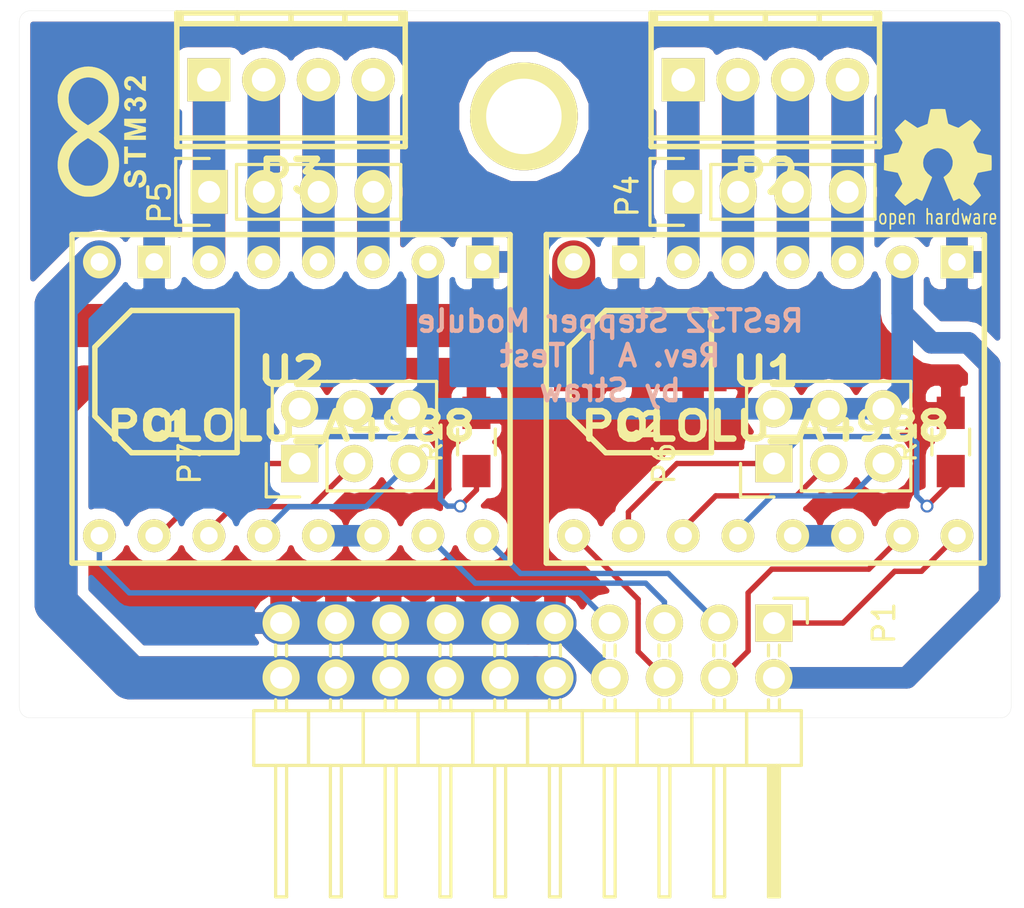
<source format=kicad_pcb>
(kicad_pcb (version 4) (host pcbnew 4.0.1-stable)

  (general
    (links 63)
    (no_connects 0)
    (area 84 59.2 165.800001 128.400001)
    (thickness 1.6)
    (drawings 9)
    (tracks 205)
    (zones 0)
    (modules 16)
    (nets 26)
  )

  (page A4)
  (layers
    (0 F.Cu signal)
    (31 B.Cu signal)
    (32 B.Adhes user)
    (33 F.Adhes user)
    (34 B.Paste user)
    (35 F.Paste user)
    (36 B.SilkS user)
    (37 F.SilkS user)
    (38 B.Mask user)
    (39 F.Mask user)
    (40 Dwgs.User user)
    (41 Cmts.User user)
    (42 Eco1.User user)
    (43 Eco2.User user)
    (44 Edge.Cuts user)
    (45 Margin user)
    (46 B.CrtYd user)
    (47 F.CrtYd user)
    (48 B.Fab user)
    (49 F.Fab user)
  )

  (setup
    (last_trace_width 0.25)
    (user_trace_width 0.5)
    (user_trace_width 1)
    (user_trace_width 1.5)
    (user_trace_width 2)
    (user_trace_width 3)
    (trace_clearance 0.2)
    (zone_clearance 0.5)
    (zone_45_only no)
    (trace_min 0.2)
    (segment_width 0.2)
    (edge_width 0.01)
    (via_size 0.6)
    (via_drill 0.4)
    (via_min_size 0.4)
    (via_min_drill 0.3)
    (uvia_size 0.3)
    (uvia_drill 0.1)
    (uvias_allowed no)
    (uvia_min_size 0.2)
    (uvia_min_drill 0.1)
    (pcb_text_width 0.3)
    (pcb_text_size 1.5 1.5)
    (mod_edge_width 0.15)
    (mod_text_size 1 1)
    (mod_text_width 0.15)
    (pad_size 5 5)
    (pad_drill 3.5)
    (pad_to_mask_clearance 0.2)
    (aux_axis_origin 0 0)
    (visible_elements 7FFFFFFF)
    (pcbplotparams
      (layerselection 0x00030_80000001)
      (usegerberextensions false)
      (excludeedgelayer true)
      (linewidth 0.100000)
      (plotframeref false)
      (viasonmask false)
      (mode 1)
      (useauxorigin false)
      (hpglpennumber 1)
      (hpglpenspeed 20)
      (hpglpendiameter 15)
      (hpglpenoverlay 2)
      (psnegative false)
      (psa4output false)
      (plotreference true)
      (plotvalue true)
      (plotinvisibletext false)
      (padsonsilk false)
      (subtractmaskfromsilk false)
      (outputformat 1)
      (mirror false)
      (drillshape 1)
      (scaleselection 1)
      (outputdirectory ""))
  )

  (net 0 "")
  (net 1 +12V)
  (net 2 GND)
  (net 3 +3V3)
  (net 4 /E2-EN)
  (net 5 /E1-EN)
  (net 6 /E2-STEP)
  (net 7 /E1-STEP)
  (net 8 /E2-DIR)
  (net 9 /E1-DIR)
  (net 10 "Net-(P2-Pad4)")
  (net 11 "Net-(P2-Pad1)")
  (net 12 "Net-(P2-Pad2)")
  (net 13 "Net-(P2-Pad3)")
  (net 14 "Net-(P3-Pad4)")
  (net 15 "Net-(P3-Pad1)")
  (net 16 "Net-(P3-Pad2)")
  (net 17 "Net-(P3-Pad3)")
  (net 18 "Net-(U1-Pad13)")
  (net 19 "Net-(U2-Pad13)")
  (net 20 "Net-(P6-Pad1)")
  (net 21 "Net-(P6-Pad3)")
  (net 22 "Net-(P6-Pad5)")
  (net 23 "Net-(P7-Pad1)")
  (net 24 "Net-(P7-Pad3)")
  (net 25 "Net-(P7-Pad5)")

  (net_class Default "This is the default net class."
    (clearance 0.2)
    (trace_width 0.25)
    (via_dia 0.6)
    (via_drill 0.4)
    (uvia_dia 0.3)
    (uvia_drill 0.1)
    (add_net +12V)
    (add_net +3V3)
    (add_net /E1-DIR)
    (add_net /E1-EN)
    (add_net /E1-STEP)
    (add_net /E2-DIR)
    (add_net /E2-EN)
    (add_net /E2-STEP)
    (add_net GND)
    (add_net "Net-(P2-Pad1)")
    (add_net "Net-(P2-Pad2)")
    (add_net "Net-(P2-Pad3)")
    (add_net "Net-(P2-Pad4)")
    (add_net "Net-(P3-Pad1)")
    (add_net "Net-(P3-Pad2)")
    (add_net "Net-(P3-Pad3)")
    (add_net "Net-(P3-Pad4)")
    (add_net "Net-(P6-Pad1)")
    (add_net "Net-(P6-Pad3)")
    (add_net "Net-(P6-Pad5)")
    (add_net "Net-(P7-Pad1)")
    (add_net "Net-(P7-Pad3)")
    (add_net "Net-(P7-Pad5)")
    (add_net "Net-(U1-Pad13)")
    (add_net "Net-(U2-Pad13)")
  )

  (module Pin_Headers:Pin_Header_Angled_2x10 (layer F.Cu) (tedit 0) (tstamp 56CE1AE4)
    (at 137.4 106.4 270)
    (descr "Through hole pin header")
    (tags "pin header")
    (path /56CE45C9)
    (fp_text reference P1 (at 0 -5.1 270) (layer F.SilkS)
      (effects (font (size 1 1) (thickness 0.15)))
    )
    (fp_text value CONN_02X10 (at 0 -3.1 270) (layer F.Fab)
      (effects (font (size 1 1) (thickness 0.15)))
    )
    (fp_line (start -1.35 -1.75) (end -1.35 24.65) (layer F.CrtYd) (width 0.05))
    (fp_line (start 13.2 -1.75) (end 13.2 24.65) (layer F.CrtYd) (width 0.05))
    (fp_line (start -1.35 -1.75) (end 13.2 -1.75) (layer F.CrtYd) (width 0.05))
    (fp_line (start -1.35 24.65) (end 13.2 24.65) (layer F.CrtYd) (width 0.05))
    (fp_line (start 1.524 -0.254) (end 1.016 -0.254) (layer F.SilkS) (width 0.15))
    (fp_line (start 1.524 0.254) (end 1.016 0.254) (layer F.SilkS) (width 0.15))
    (fp_line (start 1.524 23.114) (end 1.016 23.114) (layer F.SilkS) (width 0.15))
    (fp_line (start 1.524 22.606) (end 1.016 22.606) (layer F.SilkS) (width 0.15))
    (fp_line (start 1.524 17.526) (end 1.016 17.526) (layer F.SilkS) (width 0.15))
    (fp_line (start 1.524 18.034) (end 1.016 18.034) (layer F.SilkS) (width 0.15))
    (fp_line (start 1.524 20.066) (end 1.016 20.066) (layer F.SilkS) (width 0.15))
    (fp_line (start 1.524 20.574) (end 1.016 20.574) (layer F.SilkS) (width 0.15))
    (fp_line (start 1.524 15.494) (end 1.016 15.494) (layer F.SilkS) (width 0.15))
    (fp_line (start 1.524 14.986) (end 1.016 14.986) (layer F.SilkS) (width 0.15))
    (fp_line (start 1.524 12.954) (end 1.016 12.954) (layer F.SilkS) (width 0.15))
    (fp_line (start 1.524 12.446) (end 1.016 12.446) (layer F.SilkS) (width 0.15))
    (fp_line (start 1.524 2.286) (end 1.016 2.286) (layer F.SilkS) (width 0.15))
    (fp_line (start 1.524 2.794) (end 1.016 2.794) (layer F.SilkS) (width 0.15))
    (fp_line (start 1.524 4.826) (end 1.016 4.826) (layer F.SilkS) (width 0.15))
    (fp_line (start 1.524 5.334) (end 1.016 5.334) (layer F.SilkS) (width 0.15))
    (fp_line (start 1.524 10.414) (end 1.016 10.414) (layer F.SilkS) (width 0.15))
    (fp_line (start 1.524 9.906) (end 1.016 9.906) (layer F.SilkS) (width 0.15))
    (fp_line (start 1.524 7.874) (end 1.016 7.874) (layer F.SilkS) (width 0.15))
    (fp_line (start 1.524 7.366) (end 1.016 7.366) (layer F.SilkS) (width 0.15))
    (fp_line (start 4.064 23.114) (end 3.556 23.114) (layer F.SilkS) (width 0.15))
    (fp_line (start 4.064 22.606) (end 3.556 22.606) (layer F.SilkS) (width 0.15))
    (fp_line (start 4.064 20.574) (end 3.556 20.574) (layer F.SilkS) (width 0.15))
    (fp_line (start 4.064 20.066) (end 3.556 20.066) (layer F.SilkS) (width 0.15))
    (fp_line (start 4.064 14.986) (end 3.556 14.986) (layer F.SilkS) (width 0.15))
    (fp_line (start 4.064 15.494) (end 3.556 15.494) (layer F.SilkS) (width 0.15))
    (fp_line (start 4.064 17.526) (end 3.556 17.526) (layer F.SilkS) (width 0.15))
    (fp_line (start 4.064 18.034) (end 3.556 18.034) (layer F.SilkS) (width 0.15))
    (fp_line (start 4.064 12.954) (end 3.556 12.954) (layer F.SilkS) (width 0.15))
    (fp_line (start 4.064 12.446) (end 3.556 12.446) (layer F.SilkS) (width 0.15))
    (fp_line (start 4.064 10.414) (end 3.556 10.414) (layer F.SilkS) (width 0.15))
    (fp_line (start 4.064 9.906) (end 3.556 9.906) (layer F.SilkS) (width 0.15))
    (fp_line (start 4.064 -0.254) (end 3.556 -0.254) (layer F.SilkS) (width 0.15))
    (fp_line (start 4.064 0.254) (end 3.556 0.254) (layer F.SilkS) (width 0.15))
    (fp_line (start 4.064 2.286) (end 3.556 2.286) (layer F.SilkS) (width 0.15))
    (fp_line (start 4.064 2.794) (end 3.556 2.794) (layer F.SilkS) (width 0.15))
    (fp_line (start 4.064 7.874) (end 3.556 7.874) (layer F.SilkS) (width 0.15))
    (fp_line (start 4.064 7.366) (end 3.556 7.366) (layer F.SilkS) (width 0.15))
    (fp_line (start 4.064 5.334) (end 3.556 5.334) (layer F.SilkS) (width 0.15))
    (fp_line (start 4.064 4.826) (end 3.556 4.826) (layer F.SilkS) (width 0.15))
    (fp_line (start 0 -1.55) (end -1.15 -1.55) (layer F.SilkS) (width 0.15))
    (fp_line (start -1.15 -1.55) (end -1.15 0) (layer F.SilkS) (width 0.15))
    (fp_line (start 6.604 -0.127) (end 12.573 -0.127) (layer F.SilkS) (width 0.15))
    (fp_line (start 12.573 -0.127) (end 12.573 0.127) (layer F.SilkS) (width 0.15))
    (fp_line (start 12.573 0.127) (end 6.731 0.127) (layer F.SilkS) (width 0.15))
    (fp_line (start 6.731 0.127) (end 6.731 0) (layer F.SilkS) (width 0.15))
    (fp_line (start 6.731 0) (end 12.573 0) (layer F.SilkS) (width 0.15))
    (fp_line (start 4.064 19.05) (end 6.604 19.05) (layer F.SilkS) (width 0.15))
    (fp_line (start 4.064 19.05) (end 4.064 21.59) (layer F.SilkS) (width 0.15))
    (fp_line (start 4.064 21.59) (end 6.604 21.59) (layer F.SilkS) (width 0.15))
    (fp_line (start 6.604 20.066) (end 12.7 20.066) (layer F.SilkS) (width 0.15))
    (fp_line (start 12.7 20.066) (end 12.7 20.574) (layer F.SilkS) (width 0.15))
    (fp_line (start 12.7 20.574) (end 6.604 20.574) (layer F.SilkS) (width 0.15))
    (fp_line (start 6.604 21.59) (end 6.604 19.05) (layer F.SilkS) (width 0.15))
    (fp_line (start 6.604 24.13) (end 6.604 21.59) (layer F.SilkS) (width 0.15))
    (fp_line (start 12.7 23.114) (end 6.604 23.114) (layer F.SilkS) (width 0.15))
    (fp_line (start 12.7 22.606) (end 12.7 23.114) (layer F.SilkS) (width 0.15))
    (fp_line (start 6.604 22.606) (end 12.7 22.606) (layer F.SilkS) (width 0.15))
    (fp_line (start 4.064 21.59) (end 4.064 24.13) (layer F.SilkS) (width 0.15))
    (fp_line (start 4.064 21.59) (end 6.604 21.59) (layer F.SilkS) (width 0.15))
    (fp_line (start 4.064 24.13) (end 6.604 24.13) (layer F.SilkS) (width 0.15))
    (fp_line (start 4.064 8.89) (end 6.604 8.89) (layer F.SilkS) (width 0.15))
    (fp_line (start 4.064 8.89) (end 4.064 11.43) (layer F.SilkS) (width 0.15))
    (fp_line (start 4.064 11.43) (end 6.604 11.43) (layer F.SilkS) (width 0.15))
    (fp_line (start 6.604 9.906) (end 12.7 9.906) (layer F.SilkS) (width 0.15))
    (fp_line (start 12.7 9.906) (end 12.7 10.414) (layer F.SilkS) (width 0.15))
    (fp_line (start 12.7 10.414) (end 6.604 10.414) (layer F.SilkS) (width 0.15))
    (fp_line (start 6.604 11.43) (end 6.604 8.89) (layer F.SilkS) (width 0.15))
    (fp_line (start 6.604 13.97) (end 6.604 11.43) (layer F.SilkS) (width 0.15))
    (fp_line (start 12.7 12.954) (end 6.604 12.954) (layer F.SilkS) (width 0.15))
    (fp_line (start 12.7 12.446) (end 12.7 12.954) (layer F.SilkS) (width 0.15))
    (fp_line (start 6.604 12.446) (end 12.7 12.446) (layer F.SilkS) (width 0.15))
    (fp_line (start 4.064 13.97) (end 6.604 13.97) (layer F.SilkS) (width 0.15))
    (fp_line (start 4.064 11.43) (end 4.064 13.97) (layer F.SilkS) (width 0.15))
    (fp_line (start 4.064 11.43) (end 6.604 11.43) (layer F.SilkS) (width 0.15))
    (fp_line (start 4.064 16.51) (end 6.604 16.51) (layer F.SilkS) (width 0.15))
    (fp_line (start 4.064 16.51) (end 4.064 19.05) (layer F.SilkS) (width 0.15))
    (fp_line (start 4.064 19.05) (end 6.604 19.05) (layer F.SilkS) (width 0.15))
    (fp_line (start 6.604 17.526) (end 12.7 17.526) (layer F.SilkS) (width 0.15))
    (fp_line (start 12.7 17.526) (end 12.7 18.034) (layer F.SilkS) (width 0.15))
    (fp_line (start 12.7 18.034) (end 6.604 18.034) (layer F.SilkS) (width 0.15))
    (fp_line (start 6.604 19.05) (end 6.604 16.51) (layer F.SilkS) (width 0.15))
    (fp_line (start 6.604 16.51) (end 6.604 13.97) (layer F.SilkS) (width 0.15))
    (fp_line (start 12.7 15.494) (end 6.604 15.494) (layer F.SilkS) (width 0.15))
    (fp_line (start 12.7 14.986) (end 12.7 15.494) (layer F.SilkS) (width 0.15))
    (fp_line (start 6.604 14.986) (end 12.7 14.986) (layer F.SilkS) (width 0.15))
    (fp_line (start 4.064 16.51) (end 6.604 16.51) (layer F.SilkS) (width 0.15))
    (fp_line (start 4.064 13.97) (end 4.064 16.51) (layer F.SilkS) (width 0.15))
    (fp_line (start 4.064 13.97) (end 6.604 13.97) (layer F.SilkS) (width 0.15))
    (fp_line (start 4.064 3.81) (end 6.604 3.81) (layer F.SilkS) (width 0.15))
    (fp_line (start 4.064 3.81) (end 4.064 6.35) (layer F.SilkS) (width 0.15))
    (fp_line (start 4.064 6.35) (end 6.604 6.35) (layer F.SilkS) (width 0.15))
    (fp_line (start 6.604 4.826) (end 12.7 4.826) (layer F.SilkS) (width 0.15))
    (fp_line (start 12.7 4.826) (end 12.7 5.334) (layer F.SilkS) (width 0.15))
    (fp_line (start 12.7 5.334) (end 6.604 5.334) (layer F.SilkS) (width 0.15))
    (fp_line (start 6.604 6.35) (end 6.604 3.81) (layer F.SilkS) (width 0.15))
    (fp_line (start 6.604 8.89) (end 6.604 6.35) (layer F.SilkS) (width 0.15))
    (fp_line (start 12.7 7.874) (end 6.604 7.874) (layer F.SilkS) (width 0.15))
    (fp_line (start 12.7 7.366) (end 12.7 7.874) (layer F.SilkS) (width 0.15))
    (fp_line (start 6.604 7.366) (end 12.7 7.366) (layer F.SilkS) (width 0.15))
    (fp_line (start 4.064 8.89) (end 6.604 8.89) (layer F.SilkS) (width 0.15))
    (fp_line (start 4.064 6.35) (end 4.064 8.89) (layer F.SilkS) (width 0.15))
    (fp_line (start 4.064 6.35) (end 6.604 6.35) (layer F.SilkS) (width 0.15))
    (fp_line (start 4.064 1.27) (end 6.604 1.27) (layer F.SilkS) (width 0.15))
    (fp_line (start 4.064 1.27) (end 4.064 3.81) (layer F.SilkS) (width 0.15))
    (fp_line (start 4.064 3.81) (end 6.604 3.81) (layer F.SilkS) (width 0.15))
    (fp_line (start 6.604 2.286) (end 12.7 2.286) (layer F.SilkS) (width 0.15))
    (fp_line (start 12.7 2.286) (end 12.7 2.794) (layer F.SilkS) (width 0.15))
    (fp_line (start 12.7 2.794) (end 6.604 2.794) (layer F.SilkS) (width 0.15))
    (fp_line (start 6.604 3.81) (end 6.604 1.27) (layer F.SilkS) (width 0.15))
    (fp_line (start 6.604 1.27) (end 6.604 -1.27) (layer F.SilkS) (width 0.15))
    (fp_line (start 12.7 0.254) (end 6.604 0.254) (layer F.SilkS) (width 0.15))
    (fp_line (start 12.7 -0.254) (end 12.7 0.254) (layer F.SilkS) (width 0.15))
    (fp_line (start 6.604 -0.254) (end 12.7 -0.254) (layer F.SilkS) (width 0.15))
    (fp_line (start 4.064 1.27) (end 6.604 1.27) (layer F.SilkS) (width 0.15))
    (fp_line (start 4.064 -1.27) (end 4.064 1.27) (layer F.SilkS) (width 0.15))
    (fp_line (start 4.064 -1.27) (end 6.604 -1.27) (layer F.SilkS) (width 0.15))
    (pad 1 thru_hole rect (at 0 0 270) (size 1.7272 1.7272) (drill 1.016) (layers *.Cu *.Mask F.SilkS)
      (net 9 /E1-DIR))
    (pad 2 thru_hole oval (at 2.54 0 270) (size 1.7272 1.7272) (drill 1.016) (layers *.Cu *.Mask F.SilkS)
      (net 3 +3V3))
    (pad 3 thru_hole oval (at 0 2.54 270) (size 1.7272 1.7272) (drill 1.016) (layers *.Cu *.Mask F.SilkS)
      (net 8 /E2-DIR))
    (pad 4 thru_hole oval (at 2.54 2.54 270) (size 1.7272 1.7272) (drill 1.016) (layers *.Cu *.Mask F.SilkS)
      (net 7 /E1-STEP))
    (pad 5 thru_hole oval (at 0 5.08 270) (size 1.7272 1.7272) (drill 1.016) (layers *.Cu *.Mask F.SilkS)
      (net 6 /E2-STEP))
    (pad 6 thru_hole oval (at 2.54 5.08 270) (size 1.7272 1.7272) (drill 1.016) (layers *.Cu *.Mask F.SilkS)
      (net 5 /E1-EN))
    (pad 7 thru_hole oval (at 0 7.62 270) (size 1.7272 1.7272) (drill 1.016) (layers *.Cu *.Mask F.SilkS)
      (net 4 /E2-EN))
    (pad 8 thru_hole oval (at 2.54 7.62 270) (size 1.7272 1.7272) (drill 1.016) (layers *.Cu *.Mask F.SilkS)
      (net 2 GND))
    (pad 9 thru_hole oval (at 0 10.16 270) (size 1.7272 1.7272) (drill 1.016) (layers *.Cu *.Mask F.SilkS)
      (net 2 GND))
    (pad 10 thru_hole oval (at 2.54 10.16 270) (size 1.7272 1.7272) (drill 1.016) (layers *.Cu *.Mask F.SilkS)
      (net 1 +12V))
    (pad 11 thru_hole oval (at 0 12.7 270) (size 1.7272 1.7272) (drill 1.016) (layers *.Cu *.Mask F.SilkS)
      (net 2 GND))
    (pad 12 thru_hole oval (at 2.54 12.7 270) (size 1.7272 1.7272) (drill 1.016) (layers *.Cu *.Mask F.SilkS)
      (net 1 +12V))
    (pad 13 thru_hole oval (at 0 15.24 270) (size 1.7272 1.7272) (drill 1.016) (layers *.Cu *.Mask F.SilkS)
      (net 2 GND))
    (pad 14 thru_hole oval (at 2.54 15.24 270) (size 1.7272 1.7272) (drill 1.016) (layers *.Cu *.Mask F.SilkS)
      (net 1 +12V))
    (pad 15 thru_hole oval (at 0 17.78 270) (size 1.7272 1.7272) (drill 1.016) (layers *.Cu *.Mask F.SilkS)
      (net 2 GND))
    (pad 16 thru_hole oval (at 2.54 17.78 270) (size 1.7272 1.7272) (drill 1.016) (layers *.Cu *.Mask F.SilkS)
      (net 1 +12V))
    (pad 17 thru_hole oval (at 0 20.32 270) (size 1.7272 1.7272) (drill 1.016) (layers *.Cu *.Mask F.SilkS)
      (net 2 GND))
    (pad 18 thru_hole oval (at 2.54 20.32 270) (size 1.7272 1.7272) (drill 1.016) (layers *.Cu *.Mask F.SilkS)
      (net 1 +12V))
    (pad 19 thru_hole oval (at 0 22.86 270) (size 1.7272 1.7272) (drill 1.016) (layers *.Cu *.Mask F.SilkS)
      (net 2 GND))
    (pad 20 thru_hole oval (at 2.54 22.86 270) (size 1.7272 1.7272) (drill 1.016) (layers *.Cu *.Mask F.SilkS)
      (net 1 +12V))
    (model Pin_Headers.3dshapes/Pin_Header_Angled_2x10.wrl
      (at (xyz 0.05 -0.45 0))
      (scale (xyz 1 1 1))
      (rotate (xyz 0 0 90))
    )
  )

  (module 2:mpt_0,5%2f4-2,54 (layer F.Cu) (tedit 56D1C725) (tstamp 56CE1AF7)
    (at 137 81.2 180)
    (descr "4-way 2.54mm pitch terminal block, Phoenix MPT series")
    (path /56CDF642)
    (fp_text reference P2 (at 0 -4.50088 180) (layer F.SilkS)
      (effects (font (thickness 0.3048)))
    )
    (fp_text value CONN_01X04 (at 0 4.50088 180) (layer F.SilkS) hide
      (effects (font (thickness 0.3048)))
    )
    (fp_line (start 5.30098 -3.0988) (end -5.30098 -3.0988) (layer F.SilkS) (width 0.254))
    (fp_line (start -5.30098 -2.70002) (end 5.30098 -2.70002) (layer F.SilkS) (width 0.254))
    (fp_line (start -5.30098 2.60096) (end 5.30098 2.60096) (layer F.SilkS) (width 0.254))
    (fp_line (start 5.30098 3.0988) (end -5.30098 3.0988) (layer F.SilkS) (width 0.254))
    (fp_line (start 2.49682 2.60096) (end 2.49682 3.0988) (layer F.SilkS) (width 0.254))
    (fp_line (start 0 2.60096) (end 0 3.0988) (layer F.SilkS) (width 0.254))
    (fp_line (start -5.09778 3.0988) (end -5.09778 2.60096) (layer F.SilkS) (width 0.254))
    (fp_line (start 5.10032 2.60096) (end 5.10032 3.0988) (layer F.SilkS) (width 0.254))
    (fp_line (start -2.49682 3.0988) (end -2.49682 2.60096) (layer F.SilkS) (width 0.254))
    (fp_line (start 5.29844 3.0988) (end 5.29844 -3.0988) (layer F.SilkS) (width 0.254))
    (fp_line (start -5.2959 -3.0988) (end -5.2959 3.0988) (layer F.SilkS) (width 0.254))
    (pad 4 thru_hole oval (at -3.81 0 180) (size 1.99898 1.99898) (drill 1.09728) (layers *.Cu *.Mask F.SilkS)
      (net 10 "Net-(P2-Pad4)"))
    (pad 1 thru_hole rect (at 3.81 0 180) (size 1.99898 1.99898) (drill 1.09728) (layers *.Cu *.Mask F.SilkS)
      (net 11 "Net-(P2-Pad1)"))
    (pad 2 thru_hole oval (at 1.27 0 180) (size 1.99898 1.99898) (drill 1.09728) (layers *.Cu *.Mask F.SilkS)
      (net 12 "Net-(P2-Pad2)"))
    (pad 3 thru_hole oval (at -1.27 0 180) (size 1.99898 1.99898) (drill 1.09728) (layers *.Cu *.Mask F.SilkS)
      (net 13 "Net-(P2-Pad3)"))
    (model walter/conn_mpt/mpt_0,5-4-2,54.wrl
      (at (xyz 0 0 0))
      (scale (xyz 1 1 1))
      (rotate (xyz 0 0 0))
    )
    (model ../../../../../../Users/Matjas/Documents/Git/RepRapSTM32duinoDriver/3D-Models/conn_mpt/mpt_0,5-4-2,54.wrl
      (at (xyz 0 0 0))
      (scale (xyz 1 1 1))
      (rotate (xyz 0 0 0))
    )
  )

  (module 2:mpt_0,5%2f4-2,54 (layer F.Cu) (tedit 56D1C723) (tstamp 56CE1B0A)
    (at 115 81.2 180)
    (descr "4-way 2.54mm pitch terminal block, Phoenix MPT series")
    (path /56CE0D91)
    (fp_text reference P3 (at 0 -4.50088 180) (layer F.SilkS)
      (effects (font (thickness 0.3048)))
    )
    (fp_text value CONN_01X04 (at 0 4.50088 180) (layer F.SilkS) hide
      (effects (font (thickness 0.3048)))
    )
    (fp_line (start 5.30098 -3.0988) (end -5.30098 -3.0988) (layer F.SilkS) (width 0.254))
    (fp_line (start -5.30098 -2.70002) (end 5.30098 -2.70002) (layer F.SilkS) (width 0.254))
    (fp_line (start -5.30098 2.60096) (end 5.30098 2.60096) (layer F.SilkS) (width 0.254))
    (fp_line (start 5.30098 3.0988) (end -5.30098 3.0988) (layer F.SilkS) (width 0.254))
    (fp_line (start 2.49682 2.60096) (end 2.49682 3.0988) (layer F.SilkS) (width 0.254))
    (fp_line (start 0 2.60096) (end 0 3.0988) (layer F.SilkS) (width 0.254))
    (fp_line (start -5.09778 3.0988) (end -5.09778 2.60096) (layer F.SilkS) (width 0.254))
    (fp_line (start 5.10032 2.60096) (end 5.10032 3.0988) (layer F.SilkS) (width 0.254))
    (fp_line (start -2.49682 3.0988) (end -2.49682 2.60096) (layer F.SilkS) (width 0.254))
    (fp_line (start 5.29844 3.0988) (end 5.29844 -3.0988) (layer F.SilkS) (width 0.254))
    (fp_line (start -5.2959 -3.0988) (end -5.2959 3.0988) (layer F.SilkS) (width 0.254))
    (pad 4 thru_hole oval (at -3.81 0 180) (size 1.99898 1.99898) (drill 1.09728) (layers *.Cu *.Mask F.SilkS)
      (net 14 "Net-(P3-Pad4)"))
    (pad 1 thru_hole rect (at 3.81 0 180) (size 1.99898 1.99898) (drill 1.09728) (layers *.Cu *.Mask F.SilkS)
      (net 15 "Net-(P3-Pad1)"))
    (pad 2 thru_hole oval (at 1.27 0 180) (size 1.99898 1.99898) (drill 1.09728) (layers *.Cu *.Mask F.SilkS)
      (net 16 "Net-(P3-Pad2)"))
    (pad 3 thru_hole oval (at -1.27 0 180) (size 1.99898 1.99898) (drill 1.09728) (layers *.Cu *.Mask F.SilkS)
      (net 17 "Net-(P3-Pad3)"))
    (model walter/conn_mpt/mpt_0,5-4-2,54.wrl
      (at (xyz 0 0 0))
      (scale (xyz 1 1 1))
      (rotate (xyz 0 0 0))
    )
    (model ../../../../../../Users/Matjas/Documents/Git/RepRapSTM32duinoDriver/3D-Models/conn_mpt/mpt_0,5-4-2,54.wrl
      (at (xyz 0 0 0))
      (scale (xyz 1 1 1))
      (rotate (xyz 0 0 0))
    )
  )

  (module Pin_Headers:Pin_Header_Straight_1x04 (layer F.Cu) (tedit 56D250CA) (tstamp 56CE1B1D)
    (at 133.2 86.4 90)
    (descr "Through hole pin header")
    (tags "pin header")
    (path /56CE31D1)
    (fp_text reference P4 (at -0.2 -2.6 90) (layer F.SilkS)
      (effects (font (size 1 1) (thickness 0.15)))
    )
    (fp_text value CONN_01X04 (at 0 -3.1 90) (layer F.Fab)
      (effects (font (size 1 1) (thickness 0.15)))
    )
    (fp_line (start -1.75 -1.75) (end -1.75 9.4) (layer F.CrtYd) (width 0.05))
    (fp_line (start 1.75 -1.75) (end 1.75 9.4) (layer F.CrtYd) (width 0.05))
    (fp_line (start -1.75 -1.75) (end 1.75 -1.75) (layer F.CrtYd) (width 0.05))
    (fp_line (start -1.75 9.4) (end 1.75 9.4) (layer F.CrtYd) (width 0.05))
    (fp_line (start -1.27 1.27) (end -1.27 8.89) (layer F.SilkS) (width 0.15))
    (fp_line (start 1.27 1.27) (end 1.27 8.89) (layer F.SilkS) (width 0.15))
    (fp_line (start 1.55 -1.55) (end 1.55 0) (layer F.SilkS) (width 0.15))
    (fp_line (start -1.27 8.89) (end 1.27 8.89) (layer F.SilkS) (width 0.15))
    (fp_line (start 1.27 1.27) (end -1.27 1.27) (layer F.SilkS) (width 0.15))
    (fp_line (start -1.55 0) (end -1.55 -1.55) (layer F.SilkS) (width 0.15))
    (fp_line (start -1.55 -1.55) (end 1.55 -1.55) (layer F.SilkS) (width 0.15))
    (pad 1 thru_hole rect (at 0 0 90) (size 2.032 1.7272) (drill 1.016) (layers *.Cu *.Mask F.SilkS)
      (net 11 "Net-(P2-Pad1)"))
    (pad 2 thru_hole oval (at 0 2.54 90) (size 2.032 1.7272) (drill 1.016) (layers *.Cu *.Mask F.SilkS)
      (net 12 "Net-(P2-Pad2)"))
    (pad 3 thru_hole oval (at 0 5.08 90) (size 2.032 1.7272) (drill 1.016) (layers *.Cu *.Mask F.SilkS)
      (net 13 "Net-(P2-Pad3)"))
    (pad 4 thru_hole oval (at 0 7.62 90) (size 2.032 1.7272) (drill 1.016) (layers *.Cu *.Mask F.SilkS)
      (net 10 "Net-(P2-Pad4)"))
    (model Pin_Headers.3dshapes/Pin_Header_Straight_1x04.wrl
      (at (xyz 0 -0.15 0))
      (scale (xyz 1 1 1))
      (rotate (xyz 0 0 90))
    )
  )

  (module Pin_Headers:Pin_Header_Straight_1x04 (layer F.Cu) (tedit 56D250C5) (tstamp 56CE1B30)
    (at 111.2 86.4 90)
    (descr "Through hole pin header")
    (tags "pin header")
    (path /56CE3440)
    (fp_text reference P5 (at -0.5 -2.3 270) (layer F.SilkS)
      (effects (font (size 1 1) (thickness 0.15)))
    )
    (fp_text value CONN_01X04 (at 0 -3.1 90) (layer F.Fab)
      (effects (font (size 1 1) (thickness 0.15)))
    )
    (fp_line (start -1.75 -1.75) (end -1.75 9.4) (layer F.CrtYd) (width 0.05))
    (fp_line (start 1.75 -1.75) (end 1.75 9.4) (layer F.CrtYd) (width 0.05))
    (fp_line (start -1.75 -1.75) (end 1.75 -1.75) (layer F.CrtYd) (width 0.05))
    (fp_line (start -1.75 9.4) (end 1.75 9.4) (layer F.CrtYd) (width 0.05))
    (fp_line (start -1.27 1.27) (end -1.27 8.89) (layer F.SilkS) (width 0.15))
    (fp_line (start 1.27 1.27) (end 1.27 8.89) (layer F.SilkS) (width 0.15))
    (fp_line (start 1.55 -1.55) (end 1.55 0) (layer F.SilkS) (width 0.15))
    (fp_line (start -1.27 8.89) (end 1.27 8.89) (layer F.SilkS) (width 0.15))
    (fp_line (start 1.27 1.27) (end -1.27 1.27) (layer F.SilkS) (width 0.15))
    (fp_line (start -1.55 0) (end -1.55 -1.55) (layer F.SilkS) (width 0.15))
    (fp_line (start -1.55 -1.55) (end 1.55 -1.55) (layer F.SilkS) (width 0.15))
    (pad 1 thru_hole rect (at 0 0 90) (size 2.032 1.7272) (drill 1.016) (layers *.Cu *.Mask F.SilkS)
      (net 15 "Net-(P3-Pad1)"))
    (pad 2 thru_hole oval (at 0 2.54 90) (size 2.032 1.7272) (drill 1.016) (layers *.Cu *.Mask F.SilkS)
      (net 16 "Net-(P3-Pad2)"))
    (pad 3 thru_hole oval (at 0 5.08 90) (size 2.032 1.7272) (drill 1.016) (layers *.Cu *.Mask F.SilkS)
      (net 17 "Net-(P3-Pad3)"))
    (pad 4 thru_hole oval (at 0 7.62 90) (size 2.032 1.7272) (drill 1.016) (layers *.Cu *.Mask F.SilkS)
      (net 14 "Net-(P3-Pad4)"))
    (model Pin_Headers.3dshapes/Pin_Header_Straight_1x04.wrl
      (at (xyz 0 -0.15 0))
      (scale (xyz 1 1 1))
      (rotate (xyz 0 0 90))
    )
  )

  (module Pin_Headers:Pin_Header_Straight_2x03 (layer F.Cu) (tedit 54EA0A4B) (tstamp 56CE1B47)
    (at 137.4 99 90)
    (descr "Through hole pin header")
    (tags "pin header")
    (path /56CDF6BE)
    (fp_text reference P6 (at 0 -5.1 90) (layer F.SilkS)
      (effects (font (size 1 1) (thickness 0.15)))
    )
    (fp_text value CONN_02X03 (at 0 -3.1 90) (layer F.Fab)
      (effects (font (size 1 1) (thickness 0.15)))
    )
    (fp_line (start -1.27 1.27) (end -1.27 6.35) (layer F.SilkS) (width 0.15))
    (fp_line (start -1.55 -1.55) (end 0 -1.55) (layer F.SilkS) (width 0.15))
    (fp_line (start -1.75 -1.75) (end -1.75 6.85) (layer F.CrtYd) (width 0.05))
    (fp_line (start 4.3 -1.75) (end 4.3 6.85) (layer F.CrtYd) (width 0.05))
    (fp_line (start -1.75 -1.75) (end 4.3 -1.75) (layer F.CrtYd) (width 0.05))
    (fp_line (start -1.75 6.85) (end 4.3 6.85) (layer F.CrtYd) (width 0.05))
    (fp_line (start 1.27 -1.27) (end 1.27 1.27) (layer F.SilkS) (width 0.15))
    (fp_line (start 1.27 1.27) (end -1.27 1.27) (layer F.SilkS) (width 0.15))
    (fp_line (start -1.27 6.35) (end 3.81 6.35) (layer F.SilkS) (width 0.15))
    (fp_line (start 3.81 6.35) (end 3.81 1.27) (layer F.SilkS) (width 0.15))
    (fp_line (start -1.55 -1.55) (end -1.55 0) (layer F.SilkS) (width 0.15))
    (fp_line (start 3.81 -1.27) (end 1.27 -1.27) (layer F.SilkS) (width 0.15))
    (fp_line (start 3.81 1.27) (end 3.81 -1.27) (layer F.SilkS) (width 0.15))
    (pad 1 thru_hole rect (at 0 0 90) (size 1.7272 1.7272) (drill 1.016) (layers *.Cu *.Mask F.SilkS)
      (net 20 "Net-(P6-Pad1)"))
    (pad 2 thru_hole oval (at 2.54 0 90) (size 1.7272 1.7272) (drill 1.016) (layers *.Cu *.Mask F.SilkS)
      (net 3 +3V3))
    (pad 3 thru_hole oval (at 0 2.54 90) (size 1.7272 1.7272) (drill 1.016) (layers *.Cu *.Mask F.SilkS)
      (net 21 "Net-(P6-Pad3)"))
    (pad 4 thru_hole oval (at 2.54 2.54 90) (size 1.7272 1.7272) (drill 1.016) (layers *.Cu *.Mask F.SilkS)
      (net 3 +3V3))
    (pad 5 thru_hole oval (at 0 5.08 90) (size 1.7272 1.7272) (drill 1.016) (layers *.Cu *.Mask F.SilkS)
      (net 22 "Net-(P6-Pad5)"))
    (pad 6 thru_hole oval (at 2.54 5.08 90) (size 1.7272 1.7272) (drill 1.016) (layers *.Cu *.Mask F.SilkS)
      (net 3 +3V3))
    (model Pin_Headers.3dshapes/Pin_Header_Straight_2x03.wrl
      (at (xyz 0.05 -0.1 0))
      (scale (xyz 1 1 1))
      (rotate (xyz 0 0 90))
    )
  )

  (module Pin_Headers:Pin_Header_Straight_2x03 (layer F.Cu) (tedit 54EA0A4B) (tstamp 56CE1B5E)
    (at 115.4 99 90)
    (descr "Through hole pin header")
    (tags "pin header")
    (path /56CE0D9D)
    (fp_text reference P7 (at 0 -5.1 90) (layer F.SilkS)
      (effects (font (size 1 1) (thickness 0.15)))
    )
    (fp_text value CONN_02X03 (at 0 -3.1 90) (layer F.Fab)
      (effects (font (size 1 1) (thickness 0.15)))
    )
    (fp_line (start -1.27 1.27) (end -1.27 6.35) (layer F.SilkS) (width 0.15))
    (fp_line (start -1.55 -1.55) (end 0 -1.55) (layer F.SilkS) (width 0.15))
    (fp_line (start -1.75 -1.75) (end -1.75 6.85) (layer F.CrtYd) (width 0.05))
    (fp_line (start 4.3 -1.75) (end 4.3 6.85) (layer F.CrtYd) (width 0.05))
    (fp_line (start -1.75 -1.75) (end 4.3 -1.75) (layer F.CrtYd) (width 0.05))
    (fp_line (start -1.75 6.85) (end 4.3 6.85) (layer F.CrtYd) (width 0.05))
    (fp_line (start 1.27 -1.27) (end 1.27 1.27) (layer F.SilkS) (width 0.15))
    (fp_line (start 1.27 1.27) (end -1.27 1.27) (layer F.SilkS) (width 0.15))
    (fp_line (start -1.27 6.35) (end 3.81 6.35) (layer F.SilkS) (width 0.15))
    (fp_line (start 3.81 6.35) (end 3.81 1.27) (layer F.SilkS) (width 0.15))
    (fp_line (start -1.55 -1.55) (end -1.55 0) (layer F.SilkS) (width 0.15))
    (fp_line (start 3.81 -1.27) (end 1.27 -1.27) (layer F.SilkS) (width 0.15))
    (fp_line (start 3.81 1.27) (end 3.81 -1.27) (layer F.SilkS) (width 0.15))
    (pad 1 thru_hole rect (at 0 0 90) (size 1.7272 1.7272) (drill 1.016) (layers *.Cu *.Mask F.SilkS)
      (net 23 "Net-(P7-Pad1)"))
    (pad 2 thru_hole oval (at 2.54 0 90) (size 1.7272 1.7272) (drill 1.016) (layers *.Cu *.Mask F.SilkS)
      (net 3 +3V3))
    (pad 3 thru_hole oval (at 0 2.54 90) (size 1.7272 1.7272) (drill 1.016) (layers *.Cu *.Mask F.SilkS)
      (net 24 "Net-(P7-Pad3)"))
    (pad 4 thru_hole oval (at 2.54 2.54 90) (size 1.7272 1.7272) (drill 1.016) (layers *.Cu *.Mask F.SilkS)
      (net 3 +3V3))
    (pad 5 thru_hole oval (at 0 5.08 90) (size 1.7272 1.7272) (drill 1.016) (layers *.Cu *.Mask F.SilkS)
      (net 25 "Net-(P7-Pad5)"))
    (pad 6 thru_hole oval (at 2.54 5.08 90) (size 1.7272 1.7272) (drill 1.016) (layers *.Cu *.Mask F.SilkS)
      (net 3 +3V3))
    (model Pin_Headers.3dshapes/Pin_Header_Straight_2x03.wrl
      (at (xyz 0.05 -0.1 0))
      (scale (xyz 1 1 1))
      (rotate (xyz 0 0 90))
    )
  )

  (module Resistors_SMD:R_0805_HandSoldering (layer F.Cu) (tedit 54189DEE) (tstamp 56CE1B6A)
    (at 145.6 98 90)
    (descr "Resistor SMD 0805, hand soldering")
    (tags "resistor 0805")
    (path /56CDF736)
    (attr smd)
    (fp_text reference R1 (at 0 -2.1 90) (layer F.SilkS)
      (effects (font (size 1 1) (thickness 0.15)))
    )
    (fp_text value 100K (at 0 2.1 90) (layer F.Fab)
      (effects (font (size 1 1) (thickness 0.15)))
    )
    (fp_line (start -2.4 -1) (end 2.4 -1) (layer F.CrtYd) (width 0.05))
    (fp_line (start -2.4 1) (end 2.4 1) (layer F.CrtYd) (width 0.05))
    (fp_line (start -2.4 -1) (end -2.4 1) (layer F.CrtYd) (width 0.05))
    (fp_line (start 2.4 -1) (end 2.4 1) (layer F.CrtYd) (width 0.05))
    (fp_line (start 0.6 0.875) (end -0.6 0.875) (layer F.SilkS) (width 0.15))
    (fp_line (start -0.6 -0.875) (end 0.6 -0.875) (layer F.SilkS) (width 0.15))
    (pad 1 smd rect (at -1.35 0 90) (size 1.5 1.3) (layers F.Cu F.Paste F.Mask)
      (net 20 "Net-(P6-Pad1)"))
    (pad 2 smd rect (at 1.35 0 90) (size 1.5 1.3) (layers F.Cu F.Paste F.Mask)
      (net 2 GND))
    (model Resistors_SMD.3dshapes/R_0805_HandSoldering.wrl
      (at (xyz 0 0 0))
      (scale (xyz 1 1 1))
      (rotate (xyz 0 0 0))
    )
  )

  (module Resistors_SMD:R_0805_HandSoldering (layer F.Cu) (tedit 54189DEE) (tstamp 56CE1B76)
    (at 123.6 98 90)
    (descr "Resistor SMD 0805, hand soldering")
    (tags "resistor 0805")
    (path /56CE0DA9)
    (attr smd)
    (fp_text reference R2 (at 0 -2.1 90) (layer F.SilkS)
      (effects (font (size 1 1) (thickness 0.15)))
    )
    (fp_text value R_Small (at 0 2.1 90) (layer F.Fab)
      (effects (font (size 1 1) (thickness 0.15)))
    )
    (fp_line (start -2.4 -1) (end 2.4 -1) (layer F.CrtYd) (width 0.05))
    (fp_line (start -2.4 1) (end 2.4 1) (layer F.CrtYd) (width 0.05))
    (fp_line (start -2.4 -1) (end -2.4 1) (layer F.CrtYd) (width 0.05))
    (fp_line (start 2.4 -1) (end 2.4 1) (layer F.CrtYd) (width 0.05))
    (fp_line (start 0.6 0.875) (end -0.6 0.875) (layer F.SilkS) (width 0.15))
    (fp_line (start -0.6 -0.875) (end 0.6 -0.875) (layer F.SilkS) (width 0.15))
    (pad 1 smd rect (at -1.35 0 90) (size 1.5 1.3) (layers F.Cu F.Paste F.Mask)
      (net 23 "Net-(P7-Pad1)"))
    (pad 2 smd rect (at 1.35 0 90) (size 1.5 1.3) (layers F.Cu F.Paste F.Mask)
      (net 2 GND))
    (model Resistors_SMD.3dshapes/R_0805_HandSoldering.wrl
      (at (xyz 0 0 0))
      (scale (xyz 1 1 1))
      (rotate (xyz 0 0 0))
    )
  )

  (module ReST-Library:SWDIP8_.6W (layer F.Cu) (tedit 4E885F3C) (tstamp 56CE1B8E)
    (at 137 96 180)
    (path /56CDF42E)
    (fp_text reference U1 (at 0 1.27 180) (layer F.SilkS)
      (effects (font (size 1.27 1.524) (thickness 0.3048)))
    )
    (fp_text value POLOLU_A4988 (at 0 -1.27 180) (layer F.SilkS)
      (effects (font (size 1.27 1.524) (thickness 0.3048)))
    )
    (fp_line (start -10.16 -7.62) (end 10.16 -7.62) (layer F.SilkS) (width 0.254))
    (fp_line (start 10.16 -7.62) (end 10.16 7.62) (layer F.SilkS) (width 0.254))
    (fp_line (start 10.16 7.62) (end -10.16 7.62) (layer F.SilkS) (width 0.254))
    (fp_line (start -10.16 7.62) (end -10.16 -7.62) (layer F.SilkS) (width 0.254))
    (pad 1 thru_hole rect (at -8.89 6.35 180) (size 1.524 1.524) (drill 0.8128) (layers *.Cu *.Mask F.SilkS)
      (net 2 GND))
    (pad 2 thru_hole circle (at -6.35 6.35 180) (size 1.524 1.524) (drill 0.8128) (layers *.Cu *.Mask F.SilkS)
      (net 3 +3V3))
    (pad 3 thru_hole circle (at -3.81 6.35 180) (size 1.524 1.524) (drill 0.8128) (layers *.Cu *.Mask F.SilkS)
      (net 10 "Net-(P2-Pad4)"))
    (pad 4 thru_hole circle (at -1.27 6.35 180) (size 1.524 1.524) (drill 0.8128) (layers *.Cu *.Mask F.SilkS)
      (net 13 "Net-(P2-Pad3)"))
    (pad 5 thru_hole circle (at 1.27 6.35 180) (size 1.524 1.524) (drill 0.8128) (layers *.Cu *.Mask F.SilkS)
      (net 12 "Net-(P2-Pad2)"))
    (pad 6 thru_hole circle (at 3.81 6.35 180) (size 1.524 1.524) (drill 0.8128) (layers *.Cu *.Mask F.SilkS)
      (net 11 "Net-(P2-Pad1)"))
    (pad 7 thru_hole rect (at 6.35 6.35 180) (size 1.524 1.524) (drill 0.8128) (layers *.Cu *.Mask F.SilkS)
      (net 2 GND))
    (pad 8 thru_hole circle (at 8.89 6.35 180) (size 1.524 1.524) (drill 0.8128) (layers *.Cu *.Mask F.SilkS)
      (net 1 +12V))
    (pad 9 thru_hole circle (at 8.89 -6.35 180) (size 1.524 1.524) (drill 0.8128) (layers *.Cu *.Mask F.SilkS)
      (net 5 /E1-EN))
    (pad 10 thru_hole circle (at 6.35 -6.35 180) (size 1.524 1.524) (drill 0.8128) (layers *.Cu *.Mask F.SilkS)
      (net 20 "Net-(P6-Pad1)"))
    (pad 11 thru_hole circle (at 3.81 -6.35 180) (size 1.524 1.524) (drill 0.8128) (layers *.Cu *.Mask F.SilkS)
      (net 21 "Net-(P6-Pad3)"))
    (pad 12 thru_hole circle (at 1.27 -6.35 180) (size 1.524 1.524) (drill 0.8128) (layers *.Cu *.Mask F.SilkS)
      (net 22 "Net-(P6-Pad5)"))
    (pad 13 thru_hole circle (at -1.27 -6.35 180) (size 1.524 1.524) (drill 0.8128) (layers *.Cu *.Mask F.SilkS)
      (net 18 "Net-(U1-Pad13)"))
    (pad 14 thru_hole circle (at -3.81 -6.35 180) (size 1.524 1.524) (drill 0.8128) (layers *.Cu *.Mask F.SilkS)
      (net 18 "Net-(U1-Pad13)"))
    (pad 15 thru_hole circle (at -6.35 -6.35 180) (size 1.524 1.524) (drill 0.8128) (layers *.Cu *.Mask F.SilkS)
      (net 7 /E1-STEP))
    (pad 16 thru_hole circle (at -8.89 -6.35 180) (size 1.524 1.524) (drill 0.8128) (layers *.Cu *.Mask F.SilkS)
      (net 9 /E1-DIR))
  )

  (module ReST-Library:SWDIP8_.6W (layer F.Cu) (tedit 4E885F3C) (tstamp 56CE1BA6)
    (at 115 96 180)
    (path /56CE0D79)
    (fp_text reference U2 (at 0 1.27 180) (layer F.SilkS)
      (effects (font (size 1.27 1.524) (thickness 0.3048)))
    )
    (fp_text value POLOLU_A4988 (at 0 -1.27 180) (layer F.SilkS)
      (effects (font (size 1.27 1.524) (thickness 0.3048)))
    )
    (fp_line (start -10.16 -7.62) (end 10.16 -7.62) (layer F.SilkS) (width 0.254))
    (fp_line (start 10.16 -7.62) (end 10.16 7.62) (layer F.SilkS) (width 0.254))
    (fp_line (start 10.16 7.62) (end -10.16 7.62) (layer F.SilkS) (width 0.254))
    (fp_line (start -10.16 7.62) (end -10.16 -7.62) (layer F.SilkS) (width 0.254))
    (pad 1 thru_hole rect (at -8.89 6.35 180) (size 1.524 1.524) (drill 0.8128) (layers *.Cu *.Mask F.SilkS)
      (net 2 GND))
    (pad 2 thru_hole circle (at -6.35 6.35 180) (size 1.524 1.524) (drill 0.8128) (layers *.Cu *.Mask F.SilkS)
      (net 3 +3V3))
    (pad 3 thru_hole circle (at -3.81 6.35 180) (size 1.524 1.524) (drill 0.8128) (layers *.Cu *.Mask F.SilkS)
      (net 14 "Net-(P3-Pad4)"))
    (pad 4 thru_hole circle (at -1.27 6.35 180) (size 1.524 1.524) (drill 0.8128) (layers *.Cu *.Mask F.SilkS)
      (net 17 "Net-(P3-Pad3)"))
    (pad 5 thru_hole circle (at 1.27 6.35 180) (size 1.524 1.524) (drill 0.8128) (layers *.Cu *.Mask F.SilkS)
      (net 16 "Net-(P3-Pad2)"))
    (pad 6 thru_hole circle (at 3.81 6.35 180) (size 1.524 1.524) (drill 0.8128) (layers *.Cu *.Mask F.SilkS)
      (net 15 "Net-(P3-Pad1)"))
    (pad 7 thru_hole rect (at 6.35 6.35 180) (size 1.524 1.524) (drill 0.8128) (layers *.Cu *.Mask F.SilkS)
      (net 2 GND))
    (pad 8 thru_hole circle (at 8.89 6.35 180) (size 1.524 1.524) (drill 0.8128) (layers *.Cu *.Mask F.SilkS)
      (net 1 +12V))
    (pad 9 thru_hole circle (at 8.89 -6.35 180) (size 1.524 1.524) (drill 0.8128) (layers *.Cu *.Mask F.SilkS)
      (net 4 /E2-EN))
    (pad 10 thru_hole circle (at 6.35 -6.35 180) (size 1.524 1.524) (drill 0.8128) (layers *.Cu *.Mask F.SilkS)
      (net 23 "Net-(P7-Pad1)"))
    (pad 11 thru_hole circle (at 3.81 -6.35 180) (size 1.524 1.524) (drill 0.8128) (layers *.Cu *.Mask F.SilkS)
      (net 24 "Net-(P7-Pad3)"))
    (pad 12 thru_hole circle (at 1.27 -6.35 180) (size 1.524 1.524) (drill 0.8128) (layers *.Cu *.Mask F.SilkS)
      (net 25 "Net-(P7-Pad5)"))
    (pad 13 thru_hole circle (at -1.27 -6.35 180) (size 1.524 1.524) (drill 0.8128) (layers *.Cu *.Mask F.SilkS)
      (net 19 "Net-(U2-Pad13)"))
    (pad 14 thru_hole circle (at -3.81 -6.35 180) (size 1.524 1.524) (drill 0.8128) (layers *.Cu *.Mask F.SilkS)
      (net 19 "Net-(U2-Pad13)"))
    (pad 15 thru_hole circle (at -6.35 -6.35 180) (size 1.524 1.524) (drill 0.8128) (layers *.Cu *.Mask F.SilkS)
      (net 6 /E2-STEP))
    (pad 16 thru_hole circle (at -8.89 -6.35 180) (size 1.524 1.524) (drill 0.8128) (layers *.Cu *.Mask F.SilkS)
      (net 8 /E2-DIR))
  )

  (module ReST-Library:STM32 (layer F.Cu) (tedit 56D1C458) (tstamp 56D1D1DB)
    (at 106.3 83.6 90)
    (fp_text reference G*** (at 0 -3 90) (layer F.SilkS) hide
      (effects (font (thickness 0.3)))
    )
    (fp_text value LOGO (at 0 3 90) (layer F.SilkS) hide
      (effects (font (thickness 0.3)))
    )
    (fp_poly (pts (xy -2.1971 0.947876) (xy -2.151281 0.948658) (xy -2.11339 0.950799) (xy -2.081238 0.954717)
      (xy -2.052639 0.960826) (xy -2.025403 0.969542) (xy -1.997344 0.981279) (xy -1.981575 0.988776)
      (xy -1.943537 1.012256) (xy -1.907934 1.043329) (xy -1.877375 1.07943) (xy -1.858429 1.10998)
      (xy -1.844065 1.140129) (xy -1.834326 1.167871) (xy -1.827768 1.197931) (xy -1.824516 1.221044)
      (xy -1.820625 1.253358) (xy -1.869163 1.256572) (xy -1.89694 1.258027) (xy -1.929351 1.259145)
      (xy -1.960868 1.259752) (xy -1.971745 1.259813) (xy -2.02579 1.25984) (xy -2.029296 1.241152)
      (xy -2.040898 1.204228) (xy -2.060399 1.172979) (xy -2.08704 1.148347) (xy -2.116778 1.132505)
      (xy -2.141582 1.125821) (xy -2.172965 1.121665) (xy -2.207649 1.120098) (xy -2.242357 1.12118)
      (xy -2.27381 1.124973) (xy -2.292013 1.129237) (xy -2.323664 1.142315) (xy -2.348679 1.159787)
      (xy -2.366164 1.180609) (xy -2.375227 1.203734) (xy -2.375256 1.22671) (xy -2.367415 1.246366)
      (xy -2.352585 1.266216) (xy -2.333385 1.283148) (xy -2.322041 1.29002) (xy -2.304346 1.297663)
      (xy -2.278577 1.306969) (xy -2.246571 1.31736) (xy -2.210163 1.328255) (xy -2.171189 1.339078)
      (xy -2.144702 1.345962) (xy -2.086713 1.361336) (xy -2.037582 1.376093) (xy -1.996074 1.390768)
      (xy -1.960953 1.405897) (xy -1.930983 1.422017) (xy -1.904928 1.439663) (xy -1.881553 1.459371)
      (xy -1.88009 1.460743) (xy -1.84574 1.499265) (xy -1.820211 1.541953) (xy -1.803255 1.58942)
      (xy -1.794621 1.64228) (xy -1.793329 1.674062) (xy -1.798027 1.727603) (xy -1.811892 1.778676)
      (xy -1.834221 1.826101) (xy -1.864315 1.868699) (xy -1.901474 1.90529) (xy -1.944997 1.934695)
      (xy -1.949508 1.937109) (xy -1.985137 1.953634) (xy -2.021976 1.966121) (xy -2.062078 1.974996)
      (xy -2.107497 1.980688) (xy -2.160285 1.983624) (xy -2.17424 1.983966) (xy -2.205884 1.984271)
      (xy -2.236396 1.984007) (xy -2.263321 1.983234) (xy -2.284202 1.982014) (xy -2.29362 1.980973)
      (xy -2.356253 1.966886) (xy -2.412593 1.945129) (xy -2.462362 1.915916) (xy -2.505283 1.879462)
      (xy -2.541078 1.835983) (xy -2.569469 1.785695) (xy -2.580717 1.758297) (xy -2.587963 1.736407)
      (xy -2.594527 1.712938) (xy -2.599934 1.690114) (xy -2.60371 1.670161) (xy -2.60538 1.655301)
      (xy -2.604471 1.647761) (xy -2.60432 1.647585) (xy -2.59882 1.646329) (xy -2.585165 1.644257)
      (xy -2.565305 1.641596) (xy -2.541189 1.638576) (xy -2.514769 1.635425) (xy -2.487994 1.632373)
      (xy -2.462815 1.629646) (xy -2.441183 1.627475) (xy -2.425047 1.626088) (xy -2.417643 1.625699)
      (xy -2.41144 1.629871) (xy -2.405198 1.643014) (xy -2.400982 1.656547) (xy -2.384211 1.702434)
      (xy -2.361729 1.740188) (xy -2.333669 1.769634) (xy -2.300163 1.790597) (xy -2.299452 1.790922)
      (xy -2.26137 1.80406) (xy -2.220087 1.811073) (xy -2.177564 1.812204) (xy -2.135762 1.8077)
      (xy -2.096643 1.797805) (xy -2.062166 1.782766) (xy -2.034294 1.762828) (xy -2.028506 1.757017)
      (xy -2.01483 1.73752) (xy -2.003832 1.713299) (xy -1.99743 1.689048) (xy -1.996552 1.678746)
      (xy -1.998958 1.661049) (xy -2.00516 1.641552) (xy -2.00787 1.635607) (xy -2.015723 1.622387)
      (xy -2.02563 1.610857) (xy -2.038699 1.600494) (xy -2.056035 1.590774) (xy -2.078747 1.581172)
      (xy -2.10794 1.571165) (xy -2.14472 1.560228) (xy -2.190196 1.547838) (xy -2.1971 1.546015)
      (xy -2.25399 1.530669) (xy -2.302083 1.516757) (xy -2.342553 1.503764) (xy -2.376575 1.491175)
      (xy -2.405323 1.478475) (xy -2.429971 1.465148) (xy -2.451694 1.450679) (xy -2.471665 1.434553)
      (xy -2.489685 1.417627) (xy -2.523406 1.378802) (xy -2.547588 1.33838) (xy -2.562852 1.294882)
      (xy -2.569819 1.246831) (xy -2.57042 1.225299) (xy -2.565473 1.174932) (xy -2.551195 1.127629)
      (xy -2.528153 1.084172) (xy -2.496916 1.045342) (xy -2.458053 1.011921) (xy -2.412131 0.98469)
      (xy -2.3876 0.973989) (xy -2.362992 0.96498) (xy -2.340193 0.958221) (xy -2.317078 0.953422)
      (xy -2.291527 0.950291) (xy -2.261414 0.948538) (xy -2.224619 0.94787) (xy -2.1971 0.947876)) (layer F.SilkS) (width 0.01))
    (fp_poly (pts (xy 1.307875 0.963429) (xy 1.355938 0.973281) (xy 1.399019 0.990391) (xy 1.438727 1.015389)
      (xy 1.47443 1.046656) (xy 1.498629 1.072491) (xy 1.516346 1.095838) (xy 1.52974 1.119559)
      (xy 1.53031 1.120754) (xy 1.537513 1.136567) (xy 1.542255 1.149596) (xy 1.545047 1.162733)
      (xy 1.546402 1.178873) (xy 1.546831 1.200907) (xy 1.54686 1.214226) (xy 1.546705 1.239916)
      (xy 1.545893 1.258299) (xy 1.543902 1.27223) (xy 1.54021 1.284562) (xy 1.534296 1.298149)
      (xy 1.52983 1.307346) (xy 1.509473 1.340326) (xy 1.482566 1.371836) (xy 1.452208 1.398523)
      (xy 1.434769 1.410162) (xy 1.411077 1.424046) (xy 1.438328 1.434134) (xy 1.483388 1.455908)
      (xy 1.521799 1.485131) (xy 1.552996 1.521186) (xy 1.576409 1.563453) (xy 1.588204 1.59766)
      (xy 1.592689 1.623503) (xy 1.594623 1.655382) (xy 1.594033 1.689506) (xy 1.590943 1.722083)
      (xy 1.58725 1.742171) (xy 1.57622 1.779357) (xy 1.561031 1.812391) (xy 1.54017 1.843829)
      (xy 1.512123 1.876225) (xy 1.501282 1.887313) (xy 1.469162 1.917098) (xy 1.438899 1.93962)
      (xy 1.407571 1.956585) (xy 1.372259 1.969697) (xy 1.349197 1.976109) (xy 1.312369 1.982634)
      (xy 1.27022 1.98559) (xy 1.226962 1.984927) (xy 1.186804 1.980598) (xy 1.174026 1.978156)
      (xy 1.122698 1.961849) (xy 1.074928 1.936647) (xy 1.031955 1.903547) (xy 0.995019 1.863544)
      (xy 0.965358 1.817635) (xy 0.959293 1.805495) (xy 0.951823 1.787379) (xy 0.944815 1.766419)
      (xy 0.938857 1.745002) (xy 0.934537 1.725519) (xy 0.932443 1.710358) (xy 0.933162 1.701907)
      (xy 0.933643 1.701276) (xy 0.939229 1.699916) (xy 0.952902 1.697566) (xy 0.972667 1.694504)
      (xy 0.996529 1.691008) (xy 1.022494 1.687352) (xy 1.048567 1.683815) (xy 1.072753 1.680674)
      (xy 1.093059 1.678204) (xy 1.107489 1.676683) (xy 1.113369 1.676333) (xy 1.11625 1.680875)
      (xy 1.119954 1.692442) (xy 1.122241 1.701967) (xy 1.134572 1.7402) (xy 1.153159 1.772242)
      (xy 1.176869 1.797547) (xy 1.204569 1.815574) (xy 1.235125 1.825777) (xy 1.267403 1.827615)
      (xy 1.30027 1.820543) (xy 1.332593 1.804017) (xy 1.333607 1.803326) (xy 1.35944 1.779497)
      (xy 1.37886 1.748404) (xy 1.391458 1.710977) (xy 1.396828 1.668146) (xy 1.397 1.658505)
      (xy 1.393196 1.61523) (xy 1.38202 1.578017) (xy 1.363821 1.547371) (xy 1.338947 1.523797)
      (xy 1.307749 1.507803) (xy 1.28938 1.502698) (xy 1.27161 1.499877) (xy 1.254613 1.499695)
      (xy 1.234203 1.502276) (xy 1.221195 1.504682) (xy 1.202306 1.508134) (xy 1.187643 1.510325)
      (xy 1.179715 1.510899) (xy 1.179044 1.51072) (xy 1.179018 1.505438) (xy 1.180143 1.49229)
      (xy 1.182149 1.473468) (xy 1.184767 1.451167) (xy 1.187728 1.42758) (xy 1.190764 1.4049)
      (xy 1.193604 1.385322) (xy 1.19598 1.371039) (xy 1.196491 1.368454) (xy 1.199305 1.362252)
      (xy 1.206149 1.358268) (xy 1.219414 1.355493) (xy 1.230531 1.354091) (xy 1.270583 1.345695)
      (xy 1.30334 1.330622) (xy 1.328468 1.30925) (xy 1.34563 1.281959) (xy 1.354492 1.249125)
      (xy 1.354965 1.213659) (xy 1.349231 1.184232) (xy 1.339025 1.163081) (xy 1.31912 1.141626)
      (xy 1.293705 1.127184) (xy 1.264805 1.119954) (xy 1.234445 1.120132) (xy 1.204648 1.127916)
      (xy 1.17744 1.143502) (xy 1.173236 1.146926) (xy 1.158619 1.162506) (xy 1.145022 1.182228)
      (xy 1.134314 1.202814) (xy 1.128362 1.220986) (xy 1.127731 1.22682) (xy 1.127206 1.235411)
      (xy 1.124976 1.241399) (xy 1.119689 1.244922) (xy 1.10999 1.246124) (xy 1.094527 1.245143)
      (xy 1.071946 1.242123) (xy 1.040893 1.237204) (xy 1.035914 1.236392) (xy 1.007899 1.231662)
      (xy 0.983426 1.227241) (xy 0.964247 1.223469) (xy 0.95211 1.220685) (xy 0.948722 1.21949)
      (xy 0.947858 1.212824) (xy 0.950215 1.198936) (xy 0.955146 1.18) (xy 0.962003 1.158189)
      (xy 0.970138 1.135676) (xy 0.978905 1.114634) (xy 0.981819 1.108399) (xy 1.006805 1.0681)
      (xy 1.039646 1.033391) (xy 1.079394 1.004791) (xy 1.125101 0.982817) (xy 1.17582 0.967986)
      (xy 1.230602 0.960815) (xy 1.253222 0.960208) (xy 1.307875 0.963429)) (layer F.SilkS) (width 0.01))
    (fp_poly (pts (xy -0.70104 1.13284) (xy -1.00076 1.13284) (xy -1.00076 1.96596) (xy -1.20396 1.96596)
      (xy -1.20396 1.13284) (xy -1.4986 1.13284) (xy -1.4986 0.9652) (xy -0.70104 0.9652)
      (xy -0.70104 1.13284)) (layer F.SilkS) (width 0.01))
    (fp_poly (pts (xy 0.5842 1.96596) (xy 0.39782 1.96596) (xy 0.394508 1.89357) (xy 0.393899 1.875222)
      (xy 0.393309 1.847872) (xy 0.392751 1.812674) (xy 0.392236 1.770785) (xy 0.391775 1.723361)
      (xy 0.39138 1.67156) (xy 0.391062 1.616536) (xy 0.390832 1.559447) (xy 0.390713 1.50876)
      (xy 0.390229 1.19634) (xy 0.293546 1.58115) (xy 0.196864 1.96596) (xy 0.000997 1.96596)
      (xy -0.192445 1.19126) (xy -0.192743 1.57861) (xy -0.19304 1.96596) (xy -0.38608 1.96596)
      (xy -0.38608 0.965051) (xy -0.232999 0.966395) (xy -0.079918 0.96774) (xy 0.009533 1.304402)
      (xy 0.024556 1.360723) (xy 0.038853 1.413908) (xy 0.05221 1.463182) (xy 0.064412 1.507771)
      (xy 0.075244 1.546901) (xy 0.08449 1.579796) (xy 0.091934 1.605684) (xy 0.097363 1.623789)
      (xy 0.100559 1.633338) (xy 0.101334 1.634602) (xy 0.102996 1.628704) (xy 0.107023 1.613803)
      (xy 0.113194 1.590723) (xy 0.121293 1.560286) (xy 0.1311 1.523317) (xy 0.142397 1.480639)
      (xy 0.154967 1.433075) (xy 0.16859 1.381448) (xy 0.183049 1.326583) (xy 0.190591 1.29794)
      (xy 0.277498 0.96774) (xy 0.430849 0.966395) (xy 0.5842 0.965051) (xy 0.5842 1.96596)) (layer F.SilkS) (width 0.01))
    (fp_poly (pts (xy 2.298087 0.963674) (xy 2.352459 0.974505) (xy 2.400894 0.992859) (xy 2.444095 1.018988)
      (xy 2.473878 1.044218) (xy 2.506979 1.081414) (xy 2.530996 1.120897) (xy 2.546518 1.164099)
      (xy 2.554133 1.212449) (xy 2.555164 1.241857) (xy 2.551566 1.293041) (xy 2.540659 1.342494)
      (xy 2.522013 1.391027) (xy 2.495204 1.439449) (xy 2.459802 1.48857) (xy 2.415381 1.539201)
      (xy 2.379072 1.575609) (xy 2.339365 1.613897) (xy 2.302606 1.649725) (xy 2.269435 1.682449)
      (xy 2.240492 1.711421) (xy 2.216417 1.735996) (xy 2.197849 1.755529) (xy 2.185428 1.769372)
      (xy 2.179871 1.77673) (xy 2.173882 1.78816) (xy 2.55524 1.78816) (xy 2.55524 1.96596)
      (xy 1.88468 1.96596) (xy 1.88468 1.954072) (xy 1.886752 1.936154) (xy 1.892432 1.911711)
      (xy 1.900908 1.883367) (xy 1.911371 1.853748) (xy 1.923013 1.825477) (xy 1.926999 1.81684)
      (xy 1.937895 1.79509) (xy 1.949608 1.774286) (xy 1.96286 1.753566) (xy 1.978374 1.732068)
      (xy 1.996874 1.708931) (xy 2.019083 1.683295) (xy 2.045724 1.654296) (xy 2.077519 1.621074)
      (xy 2.115193 1.582768) (xy 2.159469 1.538515) (xy 2.166413 1.53162) (xy 2.204007 1.494269)
      (xy 2.235088 1.463231) (xy 2.260385 1.437696) (xy 2.280628 1.41685) (xy 2.296548 1.399884)
      (xy 2.308873 1.385986) (xy 2.318334 1.374343) (xy 2.325661 1.364146) (xy 2.331584 1.354583)
      (xy 2.336831 1.344842) (xy 2.339828 1.338843) (xy 2.34918 1.319176) (xy 2.35501 1.304072)
      (xy 2.358147 1.289823) (xy 2.359416 1.272718) (xy 2.359645 1.249943) (xy 2.359236 1.225243)
      (xy 2.357697 1.207684) (xy 2.354532 1.194269) (xy 2.349248 1.181998) (xy 2.348077 1.179761)
      (xy 2.329729 1.155479) (xy 2.304395 1.136278) (xy 2.274757 1.124111) (xy 2.270252 1.123045)
      (xy 2.245104 1.118716) (xy 2.224415 1.118286) (xy 2.203202 1.121908) (xy 2.190099 1.125506)
      (xy 2.159087 1.139623) (xy 2.134378 1.16169) (xy 2.115964 1.19172) (xy 2.103835 1.229725)
      (xy 2.100833 1.246521) (xy 2.097222 1.271302) (xy 2.070961 1.268347) (xy 2.055589 1.266737)
      (xy 2.033108 1.264533) (xy 2.006529 1.262025) (xy 1.978863 1.259501) (xy 1.97866 1.259483)
      (xy 1.95372 1.257034) (xy 1.932511 1.254542) (xy 1.91705 1.252272) (xy 1.909356 1.250494)
      (xy 1.908966 1.250259) (xy 1.90759 1.243114) (xy 1.909103 1.228558) (xy 1.912959 1.208745)
      (xy 1.918614 1.185828) (xy 1.925524 1.161959) (xy 1.933144 1.139291) (xy 1.94093 1.119977)
      (xy 1.943057 1.11548) (xy 1.969652 1.072786) (xy 2.003818 1.036503) (xy 2.04502 1.006913)
      (xy 2.092727 0.984298) (xy 2.146406 0.968939) (xy 2.205523 0.961116) (xy 2.237078 0.96012)
      (xy 2.298087 0.963674)) (layer F.SilkS) (width 0.01))
    (fp_poly (pts (xy -1.438134 -2.119828) (xy -1.312419 -2.106608) (xy -1.271551 -2.100334) (xy -1.248373 -2.096503)
      (xy -1.227385 -2.09303) (xy -1.211674 -2.090427) (xy -1.2065 -2.089567) (xy -1.171662 -2.082553)
      (xy -1.130012 -2.072202) (xy -1.084038 -2.059276) (xy -1.036226 -2.044532) (xy -0.989063 -2.028732)
      (xy -0.945036 -2.012635) (xy -0.9144 -2.000331) (xy -0.802954 -1.947954) (xy -0.693965 -1.886077)
      (xy -0.588282 -1.815232) (xy -0.486755 -1.735952) (xy -0.4699 -1.721615) (xy -0.443359 -1.697816)
      (xy -0.411978 -1.668155) (xy -0.377555 -1.634461) (xy -0.341889 -1.598563) (xy -0.306779 -1.56229)
      (xy -0.274024 -1.52747) (xy -0.245423 -1.495933) (xy -0.227158 -1.474794) (xy -0.21232 -1.456628)
      (xy -0.193373 -1.432731) (xy -0.171432 -1.404574) (xy -0.147609 -1.373627) (xy -0.123019 -1.341362)
      (xy -0.098777 -1.30925) (xy -0.075996 -1.278762) (xy -0.05579 -1.251368) (xy -0.039274 -1.22854)
      (xy -0.027561 -1.21175) (xy -0.024972 -1.207833) (xy -0.016461 -1.196306) (xy -0.009411 -1.189531)
      (xy -0.007518 -1.188783) (xy -0.002935 -1.192723) (xy 0.006183 -1.203606) (xy 0.018687 -1.219955)
      (xy 0.033425 -1.240295) (xy 0.040176 -1.24992) (xy 0.107347 -1.341893) (xy 0.181208 -1.434479)
      (xy 0.259052 -1.524436) (xy 0.33817 -1.608522) (xy 0.347911 -1.618355) (xy 0.433605 -1.700153)
      (xy 0.518877 -1.772901) (xy 0.605069 -1.837557) (xy 0.693523 -1.895076) (xy 0.785581 -1.946415)
      (xy 0.856891 -1.981025) (xy 0.898372 -1.998877) (xy 0.944724 -2.016922) (xy 0.993847 -2.034487)
      (xy 1.043638 -2.0509) (xy 1.091997 -2.065489) (xy 1.136823 -2.07758) (xy 1.176014 -2.086502)
      (xy 1.19888 -2.090488) (xy 1.218618 -2.09359) (xy 1.240478 -2.097402) (xy 1.24714 -2.098651)
      (xy 1.281276 -2.104765) (xy 1.314641 -2.109703) (xy 1.34906 -2.113611) (xy 1.386358 -2.116639)
      (xy 1.428362 -2.118935) (xy 1.476896 -2.120648) (xy 1.53289 -2.12191) (xy 1.580837 -2.122616)
      (xy 1.620288 -2.122851) (xy 1.65089 -2.122619) (xy 1.672291 -2.121927) (xy 1.684139 -2.120778)
      (xy 1.68656 -2.119716) (xy 1.691202 -2.116829) (xy 1.703416 -2.113916) (xy 1.720635 -2.111576)
      (xy 1.721977 -2.111448) (xy 1.742629 -2.108983) (xy 1.769054 -2.105062) (xy 1.797086 -2.100328)
      (xy 1.812147 -2.097521) (xy 1.835842 -2.092945) (xy 1.856953 -2.088916) (xy 1.872794 -2.085945)
      (xy 1.8796 -2.084718) (xy 1.894686 -2.081408) (xy 1.916756 -2.075656) (xy 1.943155 -2.06824)
      (xy 1.971233 -2.059941) (xy 1.998336 -2.051539) (xy 2.021811 -2.043812) (xy 2.035787 -2.038799)
      (xy 2.055877 -2.031397) (xy 2.074846 -2.024837) (xy 2.08788 -2.020751) (xy 2.101532 -2.015826)
      (xy 2.122223 -2.006981) (xy 2.148064 -1.995146) (xy 2.177167 -1.981252) (xy 2.207643 -1.96623)
      (xy 2.237605 -1.951012) (xy 2.265163 -1.936528) (xy 2.28843 -1.92371) (xy 2.305517 -1.913488)
      (xy 2.305785 -1.913315) (xy 2.322847 -1.902597) (xy 2.336787 -1.894431) (xy 2.345345 -1.890119)
      (xy 2.346678 -1.88976) (xy 2.352383 -1.88689) (xy 2.364248 -1.879139) (xy 2.380362 -1.867798)
      (xy 2.39351 -1.858143) (xy 2.413401 -1.843386) (xy 2.432208 -1.829599) (xy 2.447204 -1.818771)
      (xy 2.453074 -1.814638) (xy 2.490779 -1.786011) (xy 2.53209 -1.75011) (xy 2.575606 -1.7085)
      (xy 2.619922 -1.662744) (xy 2.663637 -1.614408) (xy 2.705346 -1.565056) (xy 2.743648 -1.516253)
      (xy 2.777139 -1.469563) (xy 2.804415 -1.426552) (xy 2.810221 -1.416337) (xy 2.818921 -1.400766)
      (xy 2.830715 -1.379871) (xy 2.843632 -1.357139) (xy 2.849591 -1.346705) (xy 2.860344 -1.327624)
      (xy 2.868885 -1.311916) (xy 2.874137 -1.301597) (xy 2.87528 -1.298677) (xy 2.877179 -1.293153)
      (xy 2.882416 -1.279988) (xy 2.8903 -1.260867) (xy 2.90014 -1.237477) (xy 2.905971 -1.223786)
      (xy 2.917398 -1.196431) (xy 2.92791 -1.170095) (xy 2.936564 -1.147227) (xy 2.942414 -1.130278)
      (xy 2.943698 -1.125927) (xy 2.958395 -1.070588) (xy 2.970449 -1.02309) (xy 2.980216 -0.981569)
      (xy 2.988052 -0.944159) (xy 2.994313 -0.908995) (xy 2.999357 -0.874212) (xy 3.003539 -0.837946)
      (xy 3.007217 -0.798329) (xy 3.007915 -0.78994) (xy 3.010434 -0.759162) (xy 3.012209 -0.735701)
      (xy 3.013238 -0.716975) (xy 3.013522 -0.700405) (xy 3.013062 -0.683411) (xy 3.011855 -0.663414)
      (xy 3.009904 -0.637832) (xy 3.007914 -0.612958) (xy 2.998883 -0.530761) (xy 2.985044 -0.44671)
      (xy 2.967061 -0.363972) (xy 2.945597 -0.285716) (xy 2.928703 -0.23487) (xy 2.917858 -0.20681)
      (xy 2.903733 -0.173172) (xy 2.887593 -0.136723) (xy 2.870704 -0.100233) (xy 2.854333 -0.066469)
      (xy 2.839745 -0.038201) (xy 2.834159 -0.028114) (xy 2.817367 0.000201) (xy 2.797422 0.032114)
      (xy 2.775831 0.065366) (xy 2.754096 0.097698) (xy 2.733722 0.126854) (xy 2.716213 0.150574)
      (xy 2.709207 0.159442) (xy 2.690852 0.181282) (xy 2.668376 0.207063) (xy 2.643561 0.234832)
      (xy 2.618187 0.262638) (xy 2.594036 0.288528) (xy 2.572887 0.310552) (xy 2.556589 0.326695)
      (xy 2.490268 0.384413) (xy 2.415815 0.4403) (xy 2.335238 0.493197) (xy 2.250541 0.541943)
      (xy 2.163733 0.585376) (xy 2.076819 0.622336) (xy 1.998266 0.649693) (xy 1.924574 0.670923)
      (xy 1.853991 0.687972) (xy 1.784322 0.701143) (xy 1.713376 0.710735) (xy 1.63896 0.717049)
      (xy 1.558882 0.720387) (xy 1.47828 0.721088) (xy 1.40518 0.719952) (xy 1.339808 0.717)
      (xy 1.279845 0.711935) (xy 1.222975 0.70446) (xy 1.166878 0.694278) (xy 1.109238 0.681094)
      (xy 1.056843 0.667177) (xy 0.953385 0.634109) (xy 0.854507 0.593893) (xy 0.759375 0.546023)
      (xy 0.667156 0.489996) (xy 0.577018 0.425308) (xy 0.488125 0.351453) (xy 0.403508 0.27178)
      (xy 0.350131 0.217278) (xy 0.299976 0.162991) (xy 0.251809 0.107391) (xy 0.204394 0.048947)
      (xy 0.156496 -0.013868) (xy 0.106881 -0.082585) (xy 0.054313 -0.158732) (xy 0.046575 -0.17018)
      (xy 0.030385 -0.193786) (xy 0.015846 -0.214229) (xy 0.004008 -0.230092) (xy -0.004077 -0.239955)
      (xy -0.007042 -0.242559) (xy -0.01225 -0.239178) (xy -0.021067 -0.229082) (xy -0.031831 -0.21424)
      (xy -0.034943 -0.209539) (xy -0.059894 -0.17196) (xy -0.088784 -0.129898) (xy -0.120013 -0.085576)
      (xy -0.151981 -0.04122) (xy -0.183086 0.000948) (xy -0.211728 0.038702) (xy -0.233382 0.066209)
      (xy -0.3179 0.166313) (xy -0.402314 0.256748) (xy -0.487194 0.337981) (xy -0.573106 0.41048)
      (xy -0.660618 0.474714) (xy -0.750298 0.53115) (xy -0.842713 0.580257) (xy -0.875542 0.595677)
      (xy -0.980683 0.638667) (xy -1.086809 0.672297) (xy -1.195735 0.697062) (xy -1.308159 0.713336)
      (xy -1.32981 0.715069) (xy -1.35933 0.716599) (xy -1.39478 0.717899) (xy -1.434221 0.718944)
      (xy -1.475715 0.719707) (xy -1.51732 0.720162) (xy -1.5571 0.720283) (xy -1.593115 0.720042)
      (xy -1.623425 0.719415) (xy -1.646091 0.718374) (xy -1.651 0.717987) (xy -1.708139 0.712462)
      (xy -1.757426 0.70682) (xy -1.801165 0.700667) (xy -1.841662 0.693609) (xy -1.881219 0.68525)
      (xy -1.922142 0.675199) (xy -1.95834 0.665414) (xy -2.057236 0.63471) (xy -2.149426 0.599319)
      (xy -2.237777 0.557958) (xy -2.325154 0.509345) (xy -2.371094 0.480816) (xy -2.451199 0.424814)
      (xy -2.529715 0.361062) (xy -2.605077 0.291153) (xy -2.675717 0.216683) (xy -2.740069 0.139244)
      (xy -2.796567 0.06043) (xy -2.818731 0.025401) (xy -2.871988 -0.069802) (xy -2.917473 -0.166558)
      (xy -2.954678 -0.263585) (xy -2.983093 -0.359598) (xy -2.997259 -0.424316) (xy -3.001989 -0.448233)
      (xy -3.006535 -0.468564) (xy -3.010383 -0.483176) (xy -3.013022 -0.489937) (xy -3.013048 -0.489966)
      (xy -3.014095 -0.49596) (xy -3.014999 -0.510666) (xy -3.015761 -0.532796) (xy -3.016381 -0.561057)
      (xy -3.016858 -0.594159) (xy -3.017193 -0.630811) (xy -3.017385 -0.669722) (xy -3.017405 -0.686671)
      (xy -2.522852 -0.686671) (xy -2.522078 -0.64375) (xy -2.520373 -0.603706) (xy -2.517736 -0.568704)
      (xy -2.514168 -0.54091) (xy -2.512724 -0.5334) (xy -2.4871 -0.437819) (xy -2.45272 -0.34739)
      (xy -2.409574 -0.262094) (xy -2.357653 -0.181913) (xy -2.296946 -0.106828) (xy -2.268937 -0.07692)
      (xy -2.1951 -0.008347) (xy -2.116086 0.051619) (xy -2.032287 0.102782) (xy -1.944094 0.144943)
      (xy -1.851897 0.177904) (xy -1.756089 0.201468) (xy -1.700807 0.210512) (xy -1.675721 0.213776)
      (xy -1.65352 0.216309) (xy -1.632385 0.218187) (xy -1.610498 0.21949) (xy -1.586039 0.220297)
      (xy -1.557192 0.220686) (xy -1.522137 0.220735) (xy -1.479056 0.220524) (xy -1.47066 0.220467)
      (xy -1.427873 0.219942) (xy -1.393056 0.218933) (xy -1.364026 0.217296) (xy -1.338601 0.214885)
      (xy -1.314596 0.211554) (xy -1.30048 0.209147) (xy -1.206436 0.187407) (xy -1.11705 0.156825)
      (xy -1.03136 0.117018) (xy -0.95758 0.073627) (xy -0.89091 0.02612) (xy -0.82302 -0.030588)
      (xy -0.754676 -0.095734) (xy -0.686647 -0.168557) (xy -0.619699 -0.248293) (xy -0.574032 -0.307622)
      (xy -0.554882 -0.334022) (xy -0.53186 -0.366781) (xy -0.50595 -0.404411) (xy -0.478138 -0.445424)
      (xy -0.44941 -0.488332) (xy -0.42075 -0.531647) (xy -0.393143 -0.573882) (xy -0.367576 -0.613549)
      (xy -0.345032 -0.649159) (xy -0.326499 -0.679225) (xy -0.314512 -0.699524) (xy -0.310666 -0.705868)
      (xy -0.307711 -0.711099) (xy -0.306126 -0.716215) (xy -0.306341 -0.72113) (xy 0.28956 -0.72113)
      (xy 0.292301 -0.714126) (xy 0.300078 -0.699757) (xy 0.312222 -0.679061) (xy 0.328064 -0.653081)
      (xy 0.346933 -0.622857) (xy 0.368161 -0.58943) (xy 0.391078 -0.553839) (xy 0.415015 -0.517127)
      (xy 0.439302 -0.480333) (xy 0.46327 -0.444498) (xy 0.48625 -0.410662) (xy 0.507572 -0.379867)
      (xy 0.523798 -0.35699) (xy 0.595703 -0.261266) (xy 0.666724 -0.175292) (xy 0.737188 -0.098731)
      (xy 0.80742 -0.031246) (xy 0.877749 0.027502) (xy 0.940004 0.072256) (xy 0.975163 0.093851)
      (xy 1.016079 0.116062) (xy 1.059851 0.137523) (xy 1.103576 0.156869) (xy 1.144352 0.172731)
      (xy 1.17348 0.182162) (xy 1.227772 0.196394) (xy 1.279796 0.207377) (xy 1.331505 0.215281)
      (xy 1.384851 0.220275) (xy 1.441786 0.222529) (xy 1.504263 0.222211) (xy 1.574234 0.21949)
      (xy 1.59258 0.218486) (xy 1.687808 0.209419) (xy 1.77697 0.193308) (xy 1.861662 0.169778)
      (xy 1.943482 0.138456) (xy 1.953764 0.133894) (xy 2.041928 0.088656) (xy 2.124759 0.034934)
      (xy 2.201681 -0.026778) (xy 2.272121 -0.095988) (xy 2.335506 -0.172203) (xy 2.373274 -0.226223)
      (xy 2.418631 -0.305185) (xy 2.455121 -0.388771) (xy 2.482551 -0.476319) (xy 2.500728 -0.567165)
      (xy 2.509461 -0.660645) (xy 2.510266 -0.698567) (xy 2.509537 -0.747801) (xy 2.50695 -0.79083)
      (xy 2.502049 -0.831514) (xy 2.494376 -0.873713) (xy 2.484203 -0.918303) (xy 2.457664 -1.005796)
      (xy 2.421717 -1.09033) (xy 2.376864 -1.171189) (xy 2.323607 -1.247656) (xy 2.262447 -1.319014)
      (xy 2.193885 -1.384548) (xy 2.118425 -1.443539) (xy 2.11476 -1.446109) (xy 2.051242 -1.486153)
      (xy 1.980889 -1.522957) (xy 1.906635 -1.555272) (xy 1.831411 -1.581848) (xy 1.758148 -1.601436)
      (xy 1.74244 -1.604713) (xy 1.657026 -1.617459) (xy 1.566742 -1.623377) (xy 1.474197 -1.62251)
      (xy 1.382005 -1.614903) (xy 1.292775 -1.600599) (xy 1.27508 -1.596842) (xy 1.18926 -1.574353)
      (xy 1.106611 -1.54548) (xy 1.026678 -1.509865) (xy 0.94901 -1.467149) (xy 0.873153 -1.416973)
      (xy 0.798654 -1.358977) (xy 0.725059 -1.292804) (xy 0.651917 -1.218094) (xy 0.578773 -1.134488)
      (xy 0.505175 -1.041628) (xy 0.430669 -0.939155) (xy 0.413503 -0.9144) (xy 0.388627 -0.877937)
      (xy 0.365135 -0.842943) (xy 0.343678 -0.810435) (xy 0.324907 -0.78143) (xy 0.309474 -0.756941)
      (xy 0.29803 -0.737986) (xy 0.291226 -0.72558) (xy 0.28956 -0.72113) (xy -0.306341 -0.72113)
      (xy -0.306389 -0.722212) (xy -0.30898 -0.730086) (xy -0.314376 -0.740836) (xy -0.323058 -0.755456)
      (xy -0.335504 -0.774945) (xy -0.352191 -0.800299) (xy -0.373601 -0.832515) (xy -0.390882 -0.85852)
      (xy -0.466707 -0.968804) (xy -0.541477 -1.069333) (xy -0.615612 -1.160406) (xy -0.689534 -1.242322)
      (xy -0.763662 -1.315378) (xy -0.838419 -1.379873) (xy -0.914224 -1.436105) (xy -0.991499 -1.484372)
      (xy -1.070664 -1.524972) (xy -1.15214 -1.558204) (xy -1.236348 -1.584365) (xy -1.323708 -1.603754)
      (xy -1.414642 -1.616669) (xy -1.467135 -1.621175) (xy -1.571485 -1.623925) (xy -1.671361 -1.617781)
      (xy -1.767421 -1.602616) (xy -1.860321 -1.578306) (xy -1.95072 -1.544724) (xy -2.00914 -1.517516)
      (xy -2.096289 -1.468189) (xy -2.176395 -1.411674) (xy -2.249197 -1.348309) (xy -2.314431 -1.278432)
      (xy -2.371837 -1.202381) (xy -2.42115 -1.120496) (xy -2.462109 -1.033113) (xy -2.494451 -0.94057)
      (xy -2.512744 -0.86868) (xy -2.516629 -0.843841) (xy -2.519583 -0.811055) (xy -2.521604 -0.772489)
      (xy -2.522694 -0.730306) (xy -2.522852 -0.686671) (xy -3.017405 -0.686671) (xy -3.017434 -0.709601)
      (xy -3.017339 -0.749157) (xy -3.017102 -0.7871) (xy -3.016721 -0.822137) (xy -3.016196 -0.852979)
      (xy -3.015528 -0.878335) (xy -3.014716 -0.896913) (xy -3.013759 -0.907423) (xy -3.013095 -0.90932)
      (xy -3.010027 -0.913887) (xy -3.006882 -0.925619) (xy -3.005171 -0.93599) (xy -2.997127 -0.982986)
      (xy -2.984752 -1.036195) (xy -2.968753 -1.09301) (xy -2.949838 -1.150821) (xy -2.938402 -1.182219)
      (xy -2.890988 -1.293783) (xy -2.835453 -1.39927) (xy -2.771691 -1.498847) (xy -2.699595 -1.592683)
      (xy -2.624267 -1.675664) (xy -2.573044 -1.726113) (xy -2.524734 -1.769825) (xy -2.477 -1.808761)
      (xy -2.427505 -1.844883) (xy -2.40284 -1.86153) (xy -2.379904 -1.876692) (xy -2.357744 -1.891404)
      (xy -2.339 -1.903908) (xy -2.327032 -1.911961) (xy -2.309956 -1.922444) (xy -2.285863 -1.935739)
      (xy -2.25678 -1.950869) (xy -2.224736 -1.966855) (xy -2.19176 -1.982718) (xy -2.159879 -1.99748)
      (xy -2.131123 -2.010163) (xy -2.10752 -2.019788) (xy -2.09296 -2.024854) (xy -2.085665 -2.027202)
      (xy -2.070627 -2.032182) (xy -2.049728 -2.039166) (xy -2.02485 -2.047527) (xy -2.01168 -2.051969)
      (xy -1.979742 -2.062509) (xy -1.951573 -2.071126) (xy -1.9247 -2.078417) (xy -1.89665 -2.08498)
      (xy -1.86495 -2.091411) (xy -1.827125 -2.098308) (xy -1.80086 -2.102849) (xy -1.682928 -2.117951)
      (xy -1.561828 -2.12361) (xy -1.438134 -2.119828)) (layer F.SilkS) (width 0.01))
  )

  (module ReST-Library:Logo_silk_OSHW_6x6mm (layer F.Cu) (tedit 0) (tstamp 56D1D261)
    (at 145 84.8)
    (descr "Open Hardware Logo, 6x6mm")
    (fp_text reference G*** (at 0 0) (layer F.SilkS) hide
      (effects (font (size 0.22606 0.22606) (thickness 0.04318)))
    )
    (fp_text value LOGO (at 0 0.3) (layer F.SilkS) hide
      (effects (font (size 0.22606 0.22606) (thickness 0.04318)))
    )
    (fp_line (start 2.16 2.62) (end 2.16 3.08) (layer F.SilkS) (width 0.075))
    (fp_line (start 2.25 2.62) (end 2.3 2.62) (layer F.SilkS) (width 0.075))
    (fp_line (start 2.2 2.65) (end 2.25 2.62) (layer F.SilkS) (width 0.075))
    (fp_line (start 2.18 2.67) (end 2.2 2.65) (layer F.SilkS) (width 0.075))
    (fp_line (start 2.16 2.74) (end 2.18 2.67) (layer F.SilkS) (width 0.075))
    (fp_line (start 2.6 3.08) (end 2.65 3.05) (layer F.SilkS) (width 0.075))
    (fp_line (start 2.5 3.08) (end 2.6 3.08) (layer F.SilkS) (width 0.075))
    (fp_line (start 2.46 3.05) (end 2.5 3.08) (layer F.SilkS) (width 0.075))
    (fp_line (start 2.44 2.98) (end 2.46 3.05) (layer F.SilkS) (width 0.075))
    (fp_line (start 2.44 2.71) (end 2.44 2.98) (layer F.SilkS) (width 0.075))
    (fp_line (start 2.47 2.65) (end 2.44 2.71) (layer F.SilkS) (width 0.075))
    (fp_line (start 2.51 2.62) (end 2.47 2.65) (layer F.SilkS) (width 0.075))
    (fp_line (start 2.61 2.62) (end 2.51 2.62) (layer F.SilkS) (width 0.075))
    (fp_line (start 2.65 2.66) (end 2.61 2.62) (layer F.SilkS) (width 0.075))
    (fp_line (start 2.67 2.73) (end 2.65 2.66) (layer F.SilkS) (width 0.075))
    (fp_line (start 2.67 2.85) (end 2.67 2.73) (layer F.SilkS) (width 0.075))
    (fp_line (start 2.67 2.85) (end 2.44 2.85) (layer F.SilkS) (width 0.075))
    (fp_line (start 1.92 2.71) (end 1.92 3.08) (layer F.SilkS) (width 0.075))
    (fp_line (start 1.89 2.65) (end 1.92 2.71) (layer F.SilkS) (width 0.075))
    (fp_line (start 1.85 2.62) (end 1.89 2.65) (layer F.SilkS) (width 0.075))
    (fp_line (start 1.75 2.62) (end 1.85 2.62) (layer F.SilkS) (width 0.075))
    (fp_line (start 1.7 2.65) (end 1.75 2.62) (layer F.SilkS) (width 0.075))
    (fp_line (start 1.76 2.81) (end 1.71 2.84) (layer F.SilkS) (width 0.075))
    (fp_line (start 1.88 2.81) (end 1.76 2.81) (layer F.SilkS) (width 0.075))
    (fp_line (start 1.92 2.78) (end 1.88 2.81) (layer F.SilkS) (width 0.075))
    (fp_line (start 1.87 3.08) (end 1.92 3.04) (layer F.SilkS) (width 0.075))
    (fp_line (start 1.75 3.08) (end 1.87 3.08) (layer F.SilkS) (width 0.075))
    (fp_line (start 1.7 3.04) (end 1.75 3.08) (layer F.SilkS) (width 0.075))
    (fp_line (start 1.68 2.98) (end 1.7 3.04) (layer F.SilkS) (width 0.075))
    (fp_line (start 1.68 2.91) (end 1.68 2.98) (layer F.SilkS) (width 0.075))
    (fp_line (start 1.71 2.84) (end 1.68 2.91) (layer F.SilkS) (width 0.075))
    (fp_line (start 1.13 2.62) (end 1.23 3.08) (layer F.SilkS) (width 0.075))
    (fp_line (start 1.23 3.08) (end 1.32 2.74) (layer F.SilkS) (width 0.075))
    (fp_line (start 1.32 2.74) (end 1.42 3.08) (layer F.SilkS) (width 0.075))
    (fp_line (start 1.42 3.08) (end 1.52 2.62) (layer F.SilkS) (width 0.075))
    (fp_line (start 0.94 3.05) (end 0.9 3.08) (layer F.SilkS) (width 0.075))
    (fp_line (start 0.9 3.08) (end 0.79 3.08) (layer F.SilkS) (width 0.075))
    (fp_line (start 0.79 3.08) (end 0.75 3.05) (layer F.SilkS) (width 0.075))
    (fp_line (start 0.75 3.05) (end 0.73 3.02) (layer F.SilkS) (width 0.075))
    (fp_line (start 0.73 3.02) (end 0.7 2.95) (layer F.SilkS) (width 0.075))
    (fp_line (start 0.7 2.95) (end 0.7 2.75) (layer F.SilkS) (width 0.075))
    (fp_line (start 0.7 2.75) (end 0.73 2.68) (layer F.SilkS) (width 0.075))
    (fp_line (start 0.73 2.68) (end 0.75 2.65) (layer F.SilkS) (width 0.075))
    (fp_line (start 0.75 2.65) (end 0.81 2.61) (layer F.SilkS) (width 0.075))
    (fp_line (start 0.81 2.61) (end 0.88 2.61) (layer F.SilkS) (width 0.075))
    (fp_line (start 0.88 2.61) (end 0.94 2.65) (layer F.SilkS) (width 0.075))
    (fp_line (start 0.94 2.38) (end 0.94 3.08) (layer F.SilkS) (width 0.075))
    (fp_line (start 0.42 2.74) (end 0.44 2.67) (layer F.SilkS) (width 0.075))
    (fp_line (start 0.44 2.67) (end 0.46 2.65) (layer F.SilkS) (width 0.075))
    (fp_line (start 0.46 2.65) (end 0.51 2.62) (layer F.SilkS) (width 0.075))
    (fp_line (start 0.51 2.62) (end 0.56 2.62) (layer F.SilkS) (width 0.075))
    (fp_line (start 0.42 2.62) (end 0.42 3.08) (layer F.SilkS) (width 0.075))
    (fp_line (start -0.03 2.84) (end -0.06 2.91) (layer F.SilkS) (width 0.075))
    (fp_line (start -0.06 2.91) (end -0.06 2.98) (layer F.SilkS) (width 0.075))
    (fp_line (start -0.06 2.98) (end -0.04 3.04) (layer F.SilkS) (width 0.075))
    (fp_line (start -0.04 3.04) (end 0.01 3.08) (layer F.SilkS) (width 0.075))
    (fp_line (start 0.01 3.08) (end 0.13 3.08) (layer F.SilkS) (width 0.075))
    (fp_line (start 0.13 3.08) (end 0.18 3.04) (layer F.SilkS) (width 0.075))
    (fp_line (start 0.18 2.78) (end 0.14 2.81) (layer F.SilkS) (width 0.075))
    (fp_line (start 0.14 2.81) (end 0.02 2.81) (layer F.SilkS) (width 0.075))
    (fp_line (start 0.02 2.81) (end -0.03 2.84) (layer F.SilkS) (width 0.075))
    (fp_line (start -0.04 2.65) (end 0.01 2.62) (layer F.SilkS) (width 0.075))
    (fp_line (start 0.01 2.62) (end 0.11 2.62) (layer F.SilkS) (width 0.075))
    (fp_line (start 0.11 2.62) (end 0.15 2.65) (layer F.SilkS) (width 0.075))
    (fp_line (start 0.15 2.65) (end 0.18 2.71) (layer F.SilkS) (width 0.075))
    (fp_line (start 0.18 2.71) (end 0.18 3.08) (layer F.SilkS) (width 0.075))
    (fp_line (start -0.49 2.69) (end -0.47 2.65) (layer F.SilkS) (width 0.075))
    (fp_line (start -0.47 2.65) (end -0.42 2.62) (layer F.SilkS) (width 0.075))
    (fp_line (start -0.42 2.62) (end -0.34 2.62) (layer F.SilkS) (width 0.075))
    (fp_line (start -0.34 2.62) (end -0.3 2.65) (layer F.SilkS) (width 0.075))
    (fp_line (start -0.3 2.65) (end -0.28 2.71) (layer F.SilkS) (width 0.075))
    (fp_line (start -0.28 2.71) (end -0.28 3.08) (layer F.SilkS) (width 0.075))
    (fp_line (start -0.49 2.38) (end -0.49 3.08) (layer F.SilkS) (width 0.075))
    (fp_line (start -1.54 2.85) (end -1.77 2.85) (layer F.SilkS) (width 0.075))
    (fp_line (start -1.32 2.68) (end -1.3 2.65) (layer F.SilkS) (width 0.075))
    (fp_line (start -1.3 2.65) (end -1.26 2.62) (layer F.SilkS) (width 0.075))
    (fp_line (start -1.26 2.62) (end -1.17 2.62) (layer F.SilkS) (width 0.075))
    (fp_line (start -1.17 2.62) (end -1.13 2.65) (layer F.SilkS) (width 0.075))
    (fp_line (start -1.13 2.65) (end -1.11 2.71) (layer F.SilkS) (width 0.075))
    (fp_line (start -1.11 2.71) (end -1.11 3.08) (layer F.SilkS) (width 0.075))
    (fp_line (start -1.32 2.62) (end -1.32 3.08) (layer F.SilkS) (width 0.075))
    (fp_line (start -1.54 2.85) (end -1.54 2.73) (layer F.SilkS) (width 0.075))
    (fp_line (start -1.54 2.73) (end -1.56 2.66) (layer F.SilkS) (width 0.075))
    (fp_line (start -1.56 2.66) (end -1.6 2.62) (layer F.SilkS) (width 0.075))
    (fp_line (start -1.6 2.62) (end -1.7 2.62) (layer F.SilkS) (width 0.075))
    (fp_line (start -1.7 2.62) (end -1.74 2.65) (layer F.SilkS) (width 0.075))
    (fp_line (start -1.74 2.65) (end -1.77 2.71) (layer F.SilkS) (width 0.075))
    (fp_line (start -1.77 2.71) (end -1.77 2.98) (layer F.SilkS) (width 0.075))
    (fp_line (start -1.77 2.98) (end -1.75 3.05) (layer F.SilkS) (width 0.075))
    (fp_line (start -1.75 3.05) (end -1.71 3.08) (layer F.SilkS) (width 0.075))
    (fp_line (start -1.71 3.08) (end -1.61 3.08) (layer F.SilkS) (width 0.075))
    (fp_line (start -1.61 3.08) (end -1.56 3.05) (layer F.SilkS) (width 0.075))
    (fp_line (start -2.2 2.65) (end -2.16 2.62) (layer F.SilkS) (width 0.075))
    (fp_line (start -2.16 2.62) (end -2.06 2.62) (layer F.SilkS) (width 0.075))
    (fp_line (start -2.06 2.62) (end -2.02 2.65) (layer F.SilkS) (width 0.075))
    (fp_line (start -2.02 2.65) (end -1.99 2.68) (layer F.SilkS) (width 0.075))
    (fp_line (start -1.99 2.68) (end -1.97 2.74) (layer F.SilkS) (width 0.075))
    (fp_line (start -1.97 2.74) (end -1.97 2.96) (layer F.SilkS) (width 0.075))
    (fp_line (start -1.97 2.96) (end -1.99 3.02) (layer F.SilkS) (width 0.075))
    (fp_line (start -1.99 3.02) (end -2.01 3.05) (layer F.SilkS) (width 0.075))
    (fp_line (start -2.01 3.05) (end -2.05 3.08) (layer F.SilkS) (width 0.075))
    (fp_line (start -2.05 3.08) (end -2.15 3.08) (layer F.SilkS) (width 0.075))
    (fp_line (start -2.15 3.08) (end -2.2 3.05) (layer F.SilkS) (width 0.075))
    (fp_line (start -2.2 3.32) (end -2.2 2.62) (layer F.SilkS) (width 0.075))
    (fp_line (start -2.51 2.62) (end -2.59 2.62) (layer F.SilkS) (width 0.075))
    (fp_line (start -2.59 2.62) (end -2.63 2.65) (layer F.SilkS) (width 0.075))
    (fp_line (start -2.63 2.65) (end -2.65 2.68) (layer F.SilkS) (width 0.075))
    (fp_line (start -2.65 2.68) (end -2.68 2.75) (layer F.SilkS) (width 0.075))
    (fp_line (start -2.59 3.08) (end -2.51 3.08) (layer F.SilkS) (width 0.075))
    (fp_line (start -2.51 3.08) (end -2.46 3.05) (layer F.SilkS) (width 0.075))
    (fp_line (start -2.46 3.05) (end -2.44 3.02) (layer F.SilkS) (width 0.075))
    (fp_line (start -2.44 3.02) (end -2.42 2.95) (layer F.SilkS) (width 0.075))
    (fp_line (start -2.42 2.95) (end -2.42 2.75) (layer F.SilkS) (width 0.075))
    (fp_line (start -2.42 2.75) (end -2.44 2.69) (layer F.SilkS) (width 0.075))
    (fp_line (start -2.44 2.69) (end -2.46 2.66) (layer F.SilkS) (width 0.075))
    (fp_line (start -2.46 2.66) (end -2.51 2.62) (layer F.SilkS) (width 0.075))
    (fp_line (start -2.68 2.75) (end -2.68 2.95) (layer F.SilkS) (width 0.075))
    (fp_line (start -2.68 2.95) (end -2.66 3.01) (layer F.SilkS) (width 0.075))
    (fp_line (start -2.66 3.01) (end -2.64 3.04) (layer F.SilkS) (width 0.075))
    (fp_line (start -2.64 3.04) (end -2.59 3.08) (layer F.SilkS) (width 0.075))
    (fp_poly (pts (xy -1.51384 2.24536) (xy -1.48844 2.23012) (xy -1.43002 2.19456) (xy -1.3462 2.13868)
      (xy -1.24714 2.07264) (xy -1.14808 2.0066) (xy -1.0668 1.95326) (xy -1.01092 1.91516)
      (xy -0.98552 1.90246) (xy -0.97282 1.90754) (xy -0.9271 1.9304) (xy -0.85852 1.96596)
      (xy -0.81788 1.98628) (xy -0.75692 2.01168) (xy -0.7239 2.0193) (xy -0.71882 2.00914)
      (xy -0.69596 1.96088) (xy -0.6604 1.8796) (xy -0.61468 1.77038) (xy -0.5588 1.64338)
      (xy -0.50292 1.50876) (xy -0.4445 1.36906) (xy -0.38862 1.23444) (xy -0.34036 1.11506)
      (xy -0.29972 1.01854) (xy -0.27432 0.94996) (xy -0.26416 0.92202) (xy -0.2667 0.9144)
      (xy -0.29972 0.88392) (xy -0.35306 0.84328) (xy -0.47244 0.74676) (xy -0.58928 0.60198)
      (xy -0.6604 0.43688) (xy -0.68326 0.25146) (xy -0.66294 0.08128) (xy -0.5969 -0.08128)
      (xy -0.4826 -0.2286) (xy -0.3429 -0.33782) (xy -0.18034 -0.4064) (xy 0 -0.42926)
      (xy 0.17272 -0.40894) (xy 0.34036 -0.3429) (xy 0.48768 -0.23114) (xy 0.55118 -0.16002)
      (xy 0.63754 -0.01016) (xy 0.6858 0.14732) (xy 0.69088 0.18796) (xy 0.68326 0.36322)
      (xy 0.63246 0.5334) (xy 0.53848 0.68326) (xy 0.40894 0.80772) (xy 0.3937 0.81788)
      (xy 0.33528 0.8636) (xy 0.29464 0.89408) (xy 0.26416 0.91948) (xy 0.48768 1.45796)
      (xy 0.52324 1.54178) (xy 0.5842 1.6891) (xy 0.63754 1.8161) (xy 0.68072 1.9177)
      (xy 0.7112 1.98374) (xy 0.7239 2.01168) (xy 0.7239 2.01422) (xy 0.74422 2.01676)
      (xy 0.78486 2.00152) (xy 0.86106 1.96596) (xy 0.90932 1.94056) (xy 0.96774 1.91262)
      (xy 0.99314 1.90246) (xy 1.016 1.91516) (xy 1.06934 1.95072) (xy 1.15062 2.00406)
      (xy 1.24714 2.06756) (xy 1.33858 2.13106) (xy 1.4224 2.18694) (xy 1.48336 2.22504)
      (xy 1.51384 2.24282) (xy 1.51892 2.24282) (xy 1.54432 2.22758) (xy 1.59258 2.18694)
      (xy 1.66624 2.11836) (xy 1.77038 2.01422) (xy 1.78562 1.99898) (xy 1.87198 1.91262)
      (xy 1.94056 1.83896) (xy 1.98628 1.78816) (xy 2.00406 1.7653) (xy 2.00406 1.7653)
      (xy 1.98882 1.73482) (xy 1.95072 1.67386) (xy 1.89484 1.5875) (xy 1.82626 1.48844)
      (xy 1.64846 1.22936) (xy 1.74498 0.98552) (xy 1.77546 0.90932) (xy 1.81356 0.82042)
      (xy 1.8415 0.75438) (xy 1.85674 0.72644) (xy 1.88214 0.71628) (xy 1.95072 0.70104)
      (xy 2.04724 0.68072) (xy 2.16154 0.6604) (xy 2.2733 0.64008) (xy 2.37236 0.61976)
      (xy 2.44348 0.60706) (xy 2.4765 0.59944) (xy 2.48412 0.59436) (xy 2.49174 0.57912)
      (xy 2.49428 0.5461) (xy 2.49682 0.48514) (xy 2.49936 0.39116) (xy 2.49936 0.25146)
      (xy 2.49936 0.23622) (xy 2.49682 0.10668) (xy 2.49428 0) (xy 2.49174 -0.06604)
      (xy 2.48666 -0.09398) (xy 2.48666 -0.09398) (xy 2.45618 -0.1016) (xy 2.38506 -0.11684)
      (xy 2.286 -0.13462) (xy 2.16662 -0.15748) (xy 2.159 -0.16002) (xy 2.04216 -0.18288)
      (xy 1.9431 -0.2032) (xy 1.87198 -0.21844) (xy 1.84404 -0.2286) (xy 1.83642 -0.23622)
      (xy 1.81356 -0.28194) (xy 1.78054 -0.3556) (xy 1.7399 -0.4445) (xy 1.7018 -0.53848)
      (xy 1.66878 -0.6223) (xy 1.64592 -0.68326) (xy 1.6383 -0.7112) (xy 1.64084 -0.71374)
      (xy 1.65862 -0.74168) (xy 1.69926 -0.80264) (xy 1.75514 -0.88646) (xy 1.82372 -0.98806)
      (xy 1.8288 -0.99568) (xy 1.89738 -1.09474) (xy 1.95326 -1.1811) (xy 1.98882 -1.23952)
      (xy 2.00406 -1.26746) (xy 2.00406 -1.27) (xy 1.9812 -1.30048) (xy 1.9304 -1.35636)
      (xy 1.85674 -1.43256) (xy 1.77038 -1.52146) (xy 1.74244 -1.54686) (xy 1.64338 -1.64338)
      (xy 1.57734 -1.70434) (xy 1.53416 -1.73736) (xy 1.51384 -1.74498) (xy 1.51384 -1.74498)
      (xy 1.48336 -1.7272) (xy 1.41986 -1.68656) (xy 1.33604 -1.62814) (xy 1.23444 -1.55956)
      (xy 1.22682 -1.55448) (xy 1.12776 -1.4859) (xy 1.04394 -1.43002) (xy 0.98552 -1.38938)
      (xy 0.95758 -1.37414) (xy 0.95504 -1.37414) (xy 0.9144 -1.38684) (xy 0.84328 -1.41224)
      (xy 0.75438 -1.44526) (xy 0.66294 -1.48336) (xy 0.57912 -1.51892) (xy 0.51562 -1.54686)
      (xy 0.48514 -1.56464) (xy 0.48514 -1.56464) (xy 0.47498 -1.6002) (xy 0.4572 -1.6764)
      (xy 0.43688 -1.778) (xy 0.41148 -1.89992) (xy 0.40894 -1.92024) (xy 0.38608 -2.03962)
      (xy 0.3683 -2.13868) (xy 0.35306 -2.20726) (xy 0.34544 -2.2352) (xy 0.3302 -2.23774)
      (xy 0.27178 -2.24282) (xy 0.18288 -2.24536) (xy 0.07366 -2.24536) (xy -0.0381 -2.24536)
      (xy -0.14732 -2.24282) (xy -0.2413 -2.24028) (xy -0.30988 -2.2352) (xy -0.33782 -2.23012)
      (xy -0.33782 -2.22758) (xy -0.34798 -2.18948) (xy -0.36576 -2.11582) (xy -0.38608 -2.01168)
      (xy -0.40894 -1.88976) (xy -0.41402 -1.8669) (xy -0.43688 -1.75006) (xy -0.4572 -1.651)
      (xy -0.4699 -1.58496) (xy -0.47752 -1.55702) (xy -0.49022 -1.55194) (xy -0.53848 -1.53162)
      (xy -0.61722 -1.4986) (xy -0.71628 -1.45796) (xy -0.94488 -1.36652) (xy -1.22682 -1.55702)
      (xy -1.25222 -1.5748) (xy -1.35382 -1.64338) (xy -1.4351 -1.69926) (xy -1.49352 -1.73736)
      (xy -1.51638 -1.75006) (xy -1.51892 -1.75006) (xy -1.54686 -1.72466) (xy -1.60274 -1.67132)
      (xy -1.67894 -1.59766) (xy -1.76784 -1.5113) (xy -1.83134 -1.44526) (xy -1.91008 -1.36652)
      (xy -1.95834 -1.31318) (xy -1.98628 -1.28016) (xy -1.9939 -1.25984) (xy -1.99136 -1.2446)
      (xy -1.97358 -1.21666) (xy -1.93294 -1.1557) (xy -1.87452 -1.06934) (xy -1.80594 -0.97028)
      (xy -1.75006 -0.88646) (xy -1.6891 -0.79248) (xy -1.651 -0.72644) (xy -1.63576 -0.69342)
      (xy -1.64084 -0.68072) (xy -1.65862 -0.62484) (xy -1.69418 -0.54102) (xy -1.73482 -0.44196)
      (xy -1.83388 -0.22098) (xy -1.97866 -0.19304) (xy -2.06756 -0.17526) (xy -2.18948 -0.1524)
      (xy -2.30886 -0.12954) (xy -2.49174 -0.09398) (xy -2.49936 0.58166) (xy -2.47142 0.59436)
      (xy -2.44348 0.60198) (xy -2.3749 0.61722) (xy -2.27838 0.63754) (xy -2.16154 0.65786)
      (xy -2.06502 0.67564) (xy -1.96596 0.69596) (xy -1.89484 0.70866) (xy -1.86436 0.71628)
      (xy -1.8542 0.72644) (xy -1.83134 0.7747) (xy -1.79578 0.8509) (xy -1.75514 0.94234)
      (xy -1.71704 1.03632) (xy -1.68148 1.12522) (xy -1.65862 1.19126) (xy -1.64846 1.22428)
      (xy -1.66116 1.25222) (xy -1.69926 1.31064) (xy -1.7526 1.39192) (xy -1.82118 1.49098)
      (xy -1.88722 1.5875) (xy -1.94564 1.67132) (xy -1.98374 1.73228) (xy -2.00152 1.76022)
      (xy -1.99136 1.778) (xy -1.95326 1.82626) (xy -1.8796 1.90246) (xy -1.76784 2.01168)
      (xy -1.75006 2.02946) (xy -1.6637 2.11328) (xy -1.59004 2.18186) (xy -1.5367 2.22758)
      (xy -1.51384 2.24536)) (layer F.SilkS) (width 0.00254))
  )

  (module Connect:1pin (layer F.Cu) (tedit 56D250D8) (tstamp 56D251F4)
    (at 125.8 82.9)
    (descr "module 1 pin (ou trou mecanique de percage)")
    (tags DEV)
    (fp_text reference "" (at 0 -3.048) (layer F.SilkS) hide
      (effects (font (size 1 1) (thickness 0.15)))
    )
    (fp_text value 1pin (at 0 2.794) (layer F.Fab)
      (effects (font (size 1 1) (thickness 0.15)))
    )
    (fp_circle (center 0 0) (end 0 -2.286) (layer F.SilkS) (width 0.15))
    (pad 1 thru_hole circle (at 0 0) (size 5 5) (drill 3.5) (layers *.Cu *.Mask F.SilkS))
  )

  (module ReST-Library:CP-PANASONIC-SMT_D8 (layer F.Cu) (tedit 50E98FFB) (tstamp 56CE1A47)
    (at 109.2 95.2)
    (descr "Panasonic SMT electrolytic capacitor - size code D8")
    (path /56CDF6F5)
    (fp_text reference C1 (at 0 1.99898) (layer F.SilkS)
      (effects (font (size 1.016 1.016) (thickness 0.254)))
    )
    (fp_text value 100uF (at 0 -1.80086) (layer F.SilkS) hide
      (effects (font (size 1.016 1.016) (thickness 0.254)))
    )
    (fp_line (start 3.29946 3.29946) (end 3.29946 -3.29946) (layer F.SilkS) (width 0.254))
    (fp_line (start 3.29946 -3.29946) (end -1.6002 -3.29946) (layer F.SilkS) (width 0.254))
    (fp_line (start -1.6002 -3.29946) (end -3.29946 -1.6002) (layer F.SilkS) (width 0.254))
    (fp_line (start -3.29946 -1.6002) (end -3.29946 1.6002) (layer F.SilkS) (width 0.254))
    (fp_line (start -3.29946 1.6002) (end -1.6002 3.29946) (layer F.SilkS) (width 0.254))
    (fp_line (start -1.6002 3.29946) (end 3.29946 3.29946) (layer F.SilkS) (width 0.254))
    (pad 1 smd rect (at -2.4511 0) (size 3.0988 0.89916) (layers F.Cu F.Paste F.Mask)
      (net 1 +12V))
    (pad 2 smd rect (at 2.4511 0) (size 3.0988 0.89916) (layers F.Cu F.Paste F.Mask)
      (net 2 GND))
  )

  (module ReST-Library:CP-PANASONIC-SMT_D8 (layer F.Cu) (tedit 50E98FFB) (tstamp 56CE1A53)
    (at 131.2 95.2)
    (descr "Panasonic SMT electrolytic capacitor - size code D8")
    (path /56CE0DA3)
    (fp_text reference C2 (at 0 1.99898) (layer F.SilkS)
      (effects (font (size 1.016 1.016) (thickness 0.254)))
    )
    (fp_text value 100uF (at 0 -1.80086) (layer F.SilkS) hide
      (effects (font (size 1.016 1.016) (thickness 0.254)))
    )
    (fp_line (start 3.29946 3.29946) (end 3.29946 -3.29946) (layer F.SilkS) (width 0.254))
    (fp_line (start 3.29946 -3.29946) (end -1.6002 -3.29946) (layer F.SilkS) (width 0.254))
    (fp_line (start -1.6002 -3.29946) (end -3.29946 -1.6002) (layer F.SilkS) (width 0.254))
    (fp_line (start -3.29946 -1.6002) (end -3.29946 1.6002) (layer F.SilkS) (width 0.254))
    (fp_line (start -3.29946 1.6002) (end -1.6002 3.29946) (layer F.SilkS) (width 0.254))
    (fp_line (start -1.6002 3.29946) (end 3.29946 3.29946) (layer F.SilkS) (width 0.254))
    (pad 1 smd rect (at -2.4511 0) (size 3.0988 0.89916) (layers F.Cu F.Paste F.Mask)
      (net 1 +12V))
    (pad 2 smd rect (at 2.4511 0) (size 3.0988 0.89916) (layers F.Cu F.Paste F.Mask)
      (net 2 GND))
  )

  (gr_arc (start 102.9 78.5) (end 102.4 78.5) (angle 90) (layer Edge.Cuts) (width 0.01))
  (gr_arc (start 147.9 78.5) (end 147.9 78) (angle 90) (layer Edge.Cuts) (width 0.01))
  (gr_arc (start 147.9 110.3) (end 148.4 110.3) (angle 90) (layer Edge.Cuts) (width 0.01))
  (gr_arc (start 102.9 110.3) (end 102.9 110.8) (angle 90) (layer Edge.Cuts) (width 0.01))
  (gr_line (start 102.4 78.5) (end 102.4 110.3) (angle 90) (layer Edge.Cuts) (width 0.01))
  (gr_line (start 147.9 78) (end 102.9 78) (angle 90) (layer Edge.Cuts) (width 0.01))
  (gr_line (start 148.4 110.3) (end 148.4 78.5) (angle 90) (layer Edge.Cuts) (width 0.01))
  (gr_line (start 102.9 110.8) (end 147.9 110.8) (angle 90) (layer Edge.Cuts) (width 0.01))
  (gr_text "ReST32 Stepper Module\nRev. A | Test\nby Straw" (at 129.8 94) (layer B.SilkS)
    (effects (font (size 1 1) (thickness 0.2)) (justify mirror))
  )

  (segment (start 127.24 108.94) (end 126.35 108.94) (width 2) (layer F.Cu) (net 1))
  (segment (start 124.7 108.94) (end 126.35 108.94) (width 2) (layer F.Cu) (net 1))
  (segment (start 122.16 108.94) (end 124.7 108.94) (width 2) (layer F.Cu) (net 1))
  (segment (start 119.62 108.94) (end 122.16 108.94) (width 2) (layer F.Cu) (net 1))
  (segment (start 117.08 108.94) (end 119.62 108.94) (width 2) (layer F.Cu) (net 1))
  (segment (start 114.54 108.94) (end 117.08 108.94) (width 2) (layer F.Cu) (net 1))
  (segment (start 126.7 92.6) (end 126.7 93.1511) (width 2) (layer F.Cu) (net 1))
  (segment (start 126.7 93.1511) (end 128.7489 95.2) (width 2) (layer F.Cu) (net 1) (tstamp 56CE23D6))
  (segment (start 128.11 89.65) (end 128.11 91.19) (width 2) (layer F.Cu) (net 1))
  (segment (start 128.11 91.19) (end 126.7 92.6) (width 2) (layer F.Cu) (net 1) (tstamp 56CE23D2))
  (segment (start 126.7 92.6) (end 104.1 92.6) (width 2) (layer F.Cu) (net 1) (tstamp 56CE23D3))
  (segment (start 106.7489 95.2) (end 105.4 95.2) (width 1.5) (layer F.Cu) (net 1))
  (segment (start 105.4 95.2) (end 104.1 96.5) (width 1.5) (layer F.Cu) (net 1) (tstamp 56CE23CB))
  (segment (start 104.1 92.6) (end 104.1 91.66) (width 2) (layer F.Cu) (net 1))
  (segment (start 104.1 91.66) (end 106.11 89.65) (width 2) (layer F.Cu) (net 1) (tstamp 56CE23BE))
  (segment (start 104.1 92.5) (end 104.1 91.66) (width 2) (layer B.Cu) (net 1))
  (segment (start 104.1 91.66) (end 106.11 89.65) (width 2) (layer B.Cu) (net 1) (tstamp 56CE23BA))
  (segment (start 104.1 105.5) (end 104.1 92.5) (width 2) (layer B.Cu) (net 1) (tstamp 56CE23A9))
  (segment (start 114.54 108.94) (end 107.54 108.94) (width 2) (layer F.Cu) (net 1))
  (segment (start 107.54 108.94) (end 104.1 105.5) (width 2) (layer F.Cu) (net 1) (tstamp 56CE23AD))
  (segment (start 104.1 105.5) (end 104.1 96.5) (width 2) (layer F.Cu) (net 1) (tstamp 56CE23AE))
  (segment (start 104.1 96.5) (end 104.1 92.6) (width 2) (layer F.Cu) (net 1) (tstamp 56CE23CE))
  (segment (start 104.1 92.6) (end 104.1 92.5) (width 2) (layer F.Cu) (net 1) (tstamp 56CE23B1))
  (segment (start 114.54 108.94) (end 107.54 108.94) (width 2) (layer B.Cu) (net 1))
  (segment (start 107.54 108.94) (end 104.1 105.5) (width 2) (layer B.Cu) (net 1) (tstamp 56CE23A8))
  (segment (start 114.54 108.94) (end 117.08 108.94) (width 2) (layer B.Cu) (net 1))
  (segment (start 119.62 108.94) (end 117.08 108.94) (width 2) (layer B.Cu) (net 1))
  (segment (start 122.16 108.94) (end 119.62 108.94) (width 2) (layer B.Cu) (net 1))
  (segment (start 124.7 108.94) (end 122.16 108.94) (width 2) (layer B.Cu) (net 1))
  (segment (start 127.24 108.94) (end 124.7 108.94) (width 2) (layer B.Cu) (net 1))
  (segment (start 129.78 108.94) (end 127.24 106.4) (width 1) (layer B.Cu) (net 2))
  (segment (start 129.78 108.94) (end 127.24 106.4) (width 1) (layer F.Cu) (net 2))
  (segment (start 117.08 106.4) (end 114.54 106.4) (width 2) (layer B.Cu) (net 2))
  (segment (start 119.62 106.4) (end 117.08 106.4) (width 2) (layer B.Cu) (net 2))
  (segment (start 122.16 106.4) (end 119.62 106.4) (width 2) (layer B.Cu) (net 2))
  (segment (start 124.7 106.4) (end 122.16 106.4) (width 2) (layer B.Cu) (net 2))
  (segment (start 127.24 106.4) (end 124.7 106.4) (width 2) (layer B.Cu) (net 2))
  (segment (start 117.08 106.4) (end 114.54 106.4) (width 2) (layer F.Cu) (net 2))
  (segment (start 119.62 106.4) (end 117.08 106.4) (width 2) (layer F.Cu) (net 2))
  (segment (start 122.16 106.4) (end 119.62 106.4) (width 2) (layer F.Cu) (net 2))
  (segment (start 124.7 106.4) (end 122.16 106.4) (width 2) (layer F.Cu) (net 2))
  (segment (start 127.24 106.4) (end 126 106.4) (width 2) (layer F.Cu) (net 2))
  (segment (start 126 106.4) (end 124.7 106.4) (width 2) (layer F.Cu) (net 2) (tstamp 56CE2262))
  (segment (start 147.4 94.4) (end 146.4 93.4) (width 1) (layer B.Cu) (net 3))
  (segment (start 146.4 93.4) (end 144.7 93.4) (width 1) (layer B.Cu) (net 3) (tstamp 56CE2432))
  (segment (start 144.7 93.4) (end 143.35 92.05) (width 1) (layer B.Cu) (net 3) (tstamp 56CE2433))
  (segment (start 143.35 92.05) (end 143.35 89.65) (width 1) (layer B.Cu) (net 3) (tstamp 56CE2434))
  (segment (start 146.4 93.4) (end 144.7 93.4) (width 1) (layer F.Cu) (net 3))
  (segment (start 144.7 93.4) (end 143.35 92.05) (width 1) (layer F.Cu) (net 3) (tstamp 56CE2429))
  (segment (start 143.35 92.05) (end 143.35 89.65) (width 1) (layer F.Cu) (net 3) (tstamp 56CE242A))
  (segment (start 143.35 93.3) (end 143.35 95.59) (width 1) (layer B.Cu) (net 3) (tstamp 56CE2413))
  (segment (start 137.4 108.94) (end 143.56 108.94) (width 1) (layer F.Cu) (net 3))
  (segment (start 143.56 108.94) (end 147.4 105.1) (width 1) (layer F.Cu) (net 3) (tstamp 56CE2415))
  (segment (start 147.4 105.1) (end 147.4 94.4) (width 1) (layer F.Cu) (net 3) (tstamp 56CE2416))
  (segment (start 147.4 94.4) (end 146.4 93.4) (width 1) (layer F.Cu) (net 3) (tstamp 56CE2417))
  (segment (start 137.4 108.94) (end 143.56 108.94) (width 1) (layer B.Cu) (net 3))
  (segment (start 143.56 108.94) (end 147.4 105.1) (width 1) (layer B.Cu) (net 3) (tstamp 56CE240C))
  (segment (start 147.4 105.1) (end 147.4 94.4) (width 1) (layer B.Cu) (net 3) (tstamp 56CE240E))
  (segment (start 137.4 96.46) (end 120.48 96.46) (width 1) (layer B.Cu) (net 3))
  (segment (start 139.94 96.46) (end 137.4 96.46) (width 1) (layer B.Cu) (net 3))
  (segment (start 142.48 96.46) (end 139.94 96.46) (width 1) (layer B.Cu) (net 3))
  (segment (start 143.35 89.65) (end 143.35 93.3) (width 1) (layer B.Cu) (net 3))
  (segment (start 143.35 95.59) (end 142.48 96.46) (width 1) (layer B.Cu) (net 3) (tstamp 56CE23E2))
  (segment (start 120.48 96.46) (end 117.94 96.46) (width 1) (layer B.Cu) (net 3))
  (segment (start 115.4 96.46) (end 117.94 96.46) (width 1) (layer B.Cu) (net 3))
  (segment (start 121.35 89.65) (end 121.35 95.59) (width 1) (layer B.Cu) (net 3))
  (segment (start 121.35 95.59) (end 120.48 96.46) (width 1) (layer B.Cu) (net 3) (tstamp 56CE23D9))
  (segment (start 106.11 102.35) (end 106.11 103.61) (width 0.25) (layer B.Cu) (net 4))
  (segment (start 106.11 103.61) (end 106.9 104.4) (width 0.25) (layer B.Cu) (net 4) (tstamp 56CE2331))
  (segment (start 129.78 106.4) (end 129.78 106.38) (width 0.25) (layer B.Cu) (net 4))
  (segment (start 129.78 106.38) (end 128.4 105) (width 0.25) (layer B.Cu) (net 4) (tstamp 56CE2328))
  (segment (start 128.4 105) (end 107.5 105) (width 0.25) (layer B.Cu) (net 4) (tstamp 56CE2329))
  (segment (start 107.5 105) (end 106.9 104.4) (width 0.25) (layer B.Cu) (net 4) (tstamp 56CE232B))
  (segment (start 131.1 105.5) (end 131.1 105.3) (width 0.25) (layer F.Cu) (net 5))
  (segment (start 131.1 105.3) (end 128.15 102.35) (width 0.25) (layer F.Cu) (net 5) (tstamp 56CE2302))
  (segment (start 128.15 102.35) (end 128.11 102.35) (width 0.25) (layer F.Cu) (net 5) (tstamp 56CE2303))
  (segment (start 131.1 105.5) (end 131.1 107.72) (width 0.25) (layer F.Cu) (net 5) (tstamp 56CE22F4))
  (segment (start 131.1 107.72) (end 132.32 108.94) (width 0.25) (layer F.Cu) (net 5) (tstamp 56CE22F6))
  (segment (start 132.32 106.4) (end 132.32 105.42) (width 0.25) (layer B.Cu) (net 6))
  (segment (start 132.32 105.42) (end 131.449998 104.549998) (width 0.25) (layer B.Cu) (net 6) (tstamp 56CE2334))
  (segment (start 131.449998 104.549998) (end 123.549998 104.549998) (width 0.25) (layer B.Cu) (net 6) (tstamp 56CE2335))
  (segment (start 123.549998 104.549998) (end 121.35 102.35) (width 0.25) (layer B.Cu) (net 6) (tstamp 56CE2336))
  (segment (start 132.32 106.4) (end 132.32 106.12) (width 0.25) (layer B.Cu) (net 6))
  (segment (start 121.35 102.85) (end 121.35 102.35) (width 0.25) (layer F.Cu) (net 6) (tstamp 56CE22C6))
  (segment (start 134.86 108.94) (end 134.96 108.94) (width 0.25) (layer F.Cu) (net 7))
  (segment (start 134.96 108.94) (end 136.2 107.7) (width 0.25) (layer F.Cu) (net 7) (tstamp 56CE23F9))
  (segment (start 136.2 107.7) (end 136.2 105) (width 0.25) (layer F.Cu) (net 7) (tstamp 56CE23FA))
  (segment (start 136.2 105) (end 137.3 103.9) (width 0.25) (layer F.Cu) (net 7) (tstamp 56CE23FC))
  (segment (start 137.3 103.9) (end 141.8 103.9) (width 0.25) (layer F.Cu) (net 7) (tstamp 56CE23FE))
  (segment (start 141.8 103.9) (end 143.35 102.35) (width 0.25) (layer F.Cu) (net 7) (tstamp 56CE2400))
  (segment (start 134.86 108.94) (end 135.36 108.94) (width 0.25) (layer F.Cu) (net 7))
  (segment (start 134.86 106.4) (end 134.8 106.4) (width 0.25) (layer B.Cu) (net 8))
  (segment (start 134.8 106.4) (end 132.499996 104.099996) (width 0.25) (layer B.Cu) (net 8) (tstamp 56CE233A))
  (segment (start 132.499996 104.099996) (end 125.639996 104.099996) (width 0.25) (layer B.Cu) (net 8) (tstamp 56CE233B))
  (segment (start 125.639996 104.099996) (end 123.89 102.35) (width 0.25) (layer B.Cu) (net 8) (tstamp 56CE233D))
  (segment (start 134.86 106.4) (end 134.86 106.26) (width 0.25) (layer B.Cu) (net 8))
  (segment (start 137.4 106.4) (end 140.6 106.4) (width 0.25) (layer F.Cu) (net 9))
  (segment (start 140.6 106.4) (end 143 104) (width 0.25) (layer F.Cu) (net 9) (tstamp 56CE2404))
  (segment (start 143 104) (end 144.24 104) (width 0.25) (layer F.Cu) (net 9) (tstamp 56CE2406))
  (segment (start 144.24 104) (end 145.89 102.35) (width 0.25) (layer F.Cu) (net 9) (tstamp 56CE2408))
  (segment (start 140.81 89.65) (end 140.81 86.41) (width 1.5) (layer F.Cu) (net 10))
  (segment (start 140.81 86.41) (end 140.82 86.4) (width 1.5) (layer F.Cu) (net 10) (tstamp 56CE223B))
  (segment (start 140.81 81.2) (end 140.81 86.39) (width 1.5) (layer F.Cu) (net 10))
  (segment (start 140.81 86.39) (end 140.82 86.4) (width 1.5) (layer F.Cu) (net 10) (tstamp 56CE2224))
  (segment (start 140.82 86.4) (end 140.82 81.21) (width 1.5) (layer B.Cu) (net 10))
  (segment (start 140.82 81.21) (end 140.81 81.2) (width 1.5) (layer B.Cu) (net 10) (tstamp 56CE2221))
  (segment (start 140.81 89.65) (end 140.81 86.41) (width 1.5) (layer B.Cu) (net 10))
  (segment (start 140.81 86.41) (end 140.82 86.4) (width 1.5) (layer B.Cu) (net 10) (tstamp 56CE2218))
  (segment (start 133.2 86.4) (end 133.2 89.64) (width 1.5) (layer F.Cu) (net 11))
  (segment (start 133.2 89.64) (end 133.19 89.65) (width 1.5) (layer F.Cu) (net 11) (tstamp 56CE2231))
  (segment (start 133.2 86.4) (end 133.2 81.21) (width 1.5) (layer F.Cu) (net 11))
  (segment (start 133.2 81.21) (end 133.19 81.2) (width 1.5) (layer F.Cu) (net 11) (tstamp 56CE222E))
  (segment (start 133.2 86.4) (end 133.2 89.64) (width 1.5) (layer B.Cu) (net 11))
  (segment (start 133.2 89.64) (end 133.19 89.65) (width 1.5) (layer B.Cu) (net 11) (tstamp 56CE220E))
  (segment (start 133.19 81.2) (end 133.19 86.39) (width 1.5) (layer B.Cu) (net 11))
  (segment (start 133.19 86.39) (end 133.2 86.4) (width 1.5) (layer B.Cu) (net 11) (tstamp 56CE220B))
  (segment (start 135.73 89.65) (end 135.73 86.41) (width 1.5) (layer F.Cu) (net 12))
  (segment (start 135.73 86.41) (end 135.74 86.4) (width 1.5) (layer F.Cu) (net 12) (tstamp 56CE2235))
  (segment (start 135.73 81.2) (end 135.73 86.39) (width 1.5) (layer F.Cu) (net 12))
  (segment (start 135.73 86.39) (end 135.74 86.4) (width 1.5) (layer F.Cu) (net 12) (tstamp 56CE222B))
  (segment (start 135.74 86.4) (end 135.74 81.21) (width 1.5) (layer B.Cu) (net 12))
  (segment (start 135.74 81.21) (end 135.73 81.2) (width 1.5) (layer B.Cu) (net 12) (tstamp 56CE221B))
  (segment (start 135.73 89.65) (end 135.73 86.41) (width 1.5) (layer B.Cu) (net 12))
  (segment (start 135.73 86.41) (end 135.74 86.4) (width 1.5) (layer B.Cu) (net 12) (tstamp 56CE2211))
  (segment (start 138.28 86.4) (end 138.28 89.64) (width 1.5) (layer F.Cu) (net 13))
  (segment (start 138.28 89.64) (end 138.27 89.65) (width 1.5) (layer F.Cu) (net 13) (tstamp 56CE2238))
  (segment (start 138.28 86.4) (end 138.28 81.21) (width 1.5) (layer F.Cu) (net 13))
  (segment (start 138.28 81.21) (end 138.27 81.2) (width 1.5) (layer F.Cu) (net 13) (tstamp 56CE2228))
  (segment (start 138.27 81.2) (end 138.27 86.39) (width 1.5) (layer B.Cu) (net 13))
  (segment (start 138.27 86.39) (end 138.28 86.4) (width 1.5) (layer B.Cu) (net 13) (tstamp 56CE221E))
  (segment (start 138.28 86.4) (end 138.28 89.64) (width 1.5) (layer B.Cu) (net 13))
  (segment (start 138.28 89.64) (end 138.27 89.65) (width 1.5) (layer B.Cu) (net 13) (tstamp 56CE2214))
  (segment (start 118.82 86.4) (end 118.82 81.21) (width 1.5) (layer F.Cu) (net 14))
  (segment (start 118.82 81.21) (end 118.81 81.2) (width 1.5) (layer F.Cu) (net 14) (tstamp 56CE2206))
  (segment (start 118.81 89.65) (end 118.81 86.41) (width 1.5) (layer F.Cu) (net 14))
  (segment (start 118.81 86.41) (end 118.82 86.4) (width 1.5) (layer F.Cu) (net 14) (tstamp 56CE2203))
  (segment (start 118.81 81.2) (end 118.81 86.39) (width 1.5) (layer B.Cu) (net 14))
  (segment (start 118.81 86.39) (end 118.82 86.4) (width 1.5) (layer B.Cu) (net 14) (tstamp 56CE21DB))
  (segment (start 118.82 86.4) (end 118.82 89.64) (width 1.5) (layer B.Cu) (net 14) (tstamp 56CE21DC))
  (segment (start 118.82 89.64) (end 118.81 89.65) (width 1.5) (layer B.Cu) (net 14) (tstamp 56CE21DD))
  (segment (start 111.2 86.4) (end 111.2 89.64) (width 1.5) (layer F.Cu) (net 15))
  (segment (start 111.2 89.64) (end 111.19 89.65) (width 1.5) (layer F.Cu) (net 15) (tstamp 56CE21EF))
  (segment (start 111.19 81.2) (end 111.19 86.39) (width 1.5) (layer F.Cu) (net 15))
  (segment (start 111.19 86.39) (end 111.2 86.4) (width 1.5) (layer F.Cu) (net 15) (tstamp 56CE21EC))
  (segment (start 111.19 89.65) (end 111.19 86.41) (width 1.5) (layer B.Cu) (net 15))
  (segment (start 111.19 86.41) (end 111.2 86.4) (width 1.5) (layer B.Cu) (net 15) (tstamp 56CE21E9))
  (segment (start 111.2 86.4) (end 111.2 81.21) (width 1.5) (layer B.Cu) (net 15))
  (segment (start 111.2 81.21) (end 111.19 81.2) (width 1.5) (layer B.Cu) (net 15) (tstamp 56CE21D2))
  (segment (start 113.74 86.4) (end 113.74 81.21) (width 1.5) (layer F.Cu) (net 16))
  (segment (start 113.74 81.21) (end 113.73 81.2) (width 1.5) (layer F.Cu) (net 16) (tstamp 56CE21F8))
  (segment (start 113.73 89.65) (end 113.73 86.41) (width 1.5) (layer F.Cu) (net 16))
  (segment (start 113.73 86.41) (end 113.74 86.4) (width 1.5) (layer F.Cu) (net 16) (tstamp 56CE21F5))
  (segment (start 113.73 89.65) (end 113.73 86.41) (width 1.5) (layer B.Cu) (net 16))
  (segment (start 113.73 86.41) (end 113.74 86.4) (width 1.5) (layer B.Cu) (net 16) (tstamp 56CE21E6))
  (segment (start 113.73 81.2) (end 113.73 86.39) (width 1.5) (layer B.Cu) (net 16))
  (segment (start 113.73 86.39) (end 113.74 86.4) (width 1.5) (layer B.Cu) (net 16) (tstamp 56CE21D5))
  (segment (start 116.27 89.65) (end 116.27 86.41) (width 1.5) (layer F.Cu) (net 17))
  (segment (start 116.27 86.41) (end 116.28 86.4) (width 1.5) (layer F.Cu) (net 17) (tstamp 56CE2200))
  (segment (start 116.27 81.2) (end 116.27 86.39) (width 1.5) (layer F.Cu) (net 17))
  (segment (start 116.27 86.39) (end 116.28 86.4) (width 1.5) (layer F.Cu) (net 17) (tstamp 56CE21FB))
  (segment (start 116.27 89.65) (end 116.27 86.41) (width 1.5) (layer B.Cu) (net 17))
  (segment (start 116.27 86.41) (end 116.28 86.4) (width 1.5) (layer B.Cu) (net 17) (tstamp 56CE21E0))
  (segment (start 116.28 86.4) (end 116.28 81.21) (width 1.5) (layer B.Cu) (net 17))
  (segment (start 116.28 81.21) (end 116.27 81.2) (width 1.5) (layer B.Cu) (net 17) (tstamp 56CE21D8))
  (segment (start 138.27 102.35) (end 140.81 102.35) (width 1) (layer B.Cu) (net 18))
  (segment (start 116.27 102.35) (end 118.81 102.35) (width 1) (layer B.Cu) (net 19))
  (segment (start 130.65 102.35) (end 130.65 101.25) (width 0.25) (layer F.Cu) (net 20))
  (segment (start 130.65 101.25) (end 132.9 99) (width 0.25) (layer F.Cu) (net 20) (tstamp 56CE243C))
  (segment (start 132.9 99) (end 137.4 99) (width 0.25) (layer F.Cu) (net 20) (tstamp 56CE243E))
  (segment (start 145.6 99.35) (end 145.6 99.875) (width 0.25) (layer F.Cu) (net 20))
  (segment (start 145.6 99.875) (end 144.5 100.975) (width 0.25) (layer F.Cu) (net 20) (tstamp 56CE2295))
  (via (at 144.5 100.975) (size 0.6) (drill 0.4) (layers F.Cu B.Cu) (net 20))
  (segment (start 144.5 100.975) (end 144.025 100.5) (width 0.25) (layer B.Cu) (net 20) (tstamp 56CE2297))
  (segment (start 144.025 100.5) (end 144.025 98.05) (width 0.25) (layer B.Cu) (net 20) (tstamp 56CE2298))
  (segment (start 144.025 98.05) (end 143.725 97.75) (width 0.25) (layer B.Cu) (net 20) (tstamp 56CE2299))
  (segment (start 143.725 97.75) (end 138.65 97.75) (width 0.25) (layer B.Cu) (net 20) (tstamp 56CE229A))
  (segment (start 138.65 97.75) (end 137.4 99) (width 0.25) (layer B.Cu) (net 20) (tstamp 56CE229B))
  (segment (start 133.19 102.35) (end 133.19 102.01) (width 0.25) (layer F.Cu) (net 21))
  (segment (start 133.19 102.01) (end 134.7 100.5) (width 0.25) (layer F.Cu) (net 21) (tstamp 56CE2442))
  (segment (start 134.7 100.5) (end 138.44 100.5) (width 0.25) (layer F.Cu) (net 21) (tstamp 56CE2443))
  (segment (start 138.44 100.5) (end 139.94 99) (width 0.25) (layer F.Cu) (net 21) (tstamp 56CE2445))
  (segment (start 135.73 102.35) (end 135.73 102.07) (width 0.25) (layer B.Cu) (net 22))
  (segment (start 135.73 102.07) (end 137.3 100.5) (width 0.25) (layer B.Cu) (net 22) (tstamp 56CE2449))
  (segment (start 137.3 100.5) (end 140.98 100.5) (width 0.25) (layer B.Cu) (net 22) (tstamp 56CE244A))
  (segment (start 140.98 100.5) (end 142.48 99) (width 0.25) (layer B.Cu) (net 22) (tstamp 56CE244C))
  (segment (start 108.65 102.35) (end 108.85 102.35) (width 0.25) (layer F.Cu) (net 23))
  (segment (start 108.85 102.35) (end 112.2 99) (width 0.25) (layer F.Cu) (net 23) (tstamp 56CE245E))
  (segment (start 112.2 99) (end 115.4 99) (width 0.25) (layer F.Cu) (net 23) (tstamp 56CE245F))
  (segment (start 123.6 99.35) (end 123.6 100.225) (width 0.25) (layer F.Cu) (net 23))
  (segment (start 123.6 100.225) (end 122.85 100.975) (width 0.25) (layer F.Cu) (net 23) (tstamp 56CE229F))
  (via (at 122.85 100.975) (size 0.6) (drill 0.4) (layers F.Cu B.Cu) (net 23))
  (segment (start 122.85 100.975) (end 122.25 100.975) (width 0.25) (layer B.Cu) (net 23) (tstamp 56CE22A2))
  (segment (start 122.25 100.975) (end 121.925 100.65) (width 0.25) (layer B.Cu) (net 23) (tstamp 56CE22A3))
  (segment (start 121.925 100.65) (end 121.925 98) (width 0.25) (layer B.Cu) (net 23) (tstamp 56CE22A4))
  (segment (start 121.925 98) (end 121.675 97.75) (width 0.25) (layer B.Cu) (net 23) (tstamp 56CE22A5))
  (segment (start 121.675 97.75) (end 116.65 97.75) (width 0.25) (layer B.Cu) (net 23) (tstamp 56CE22A6))
  (segment (start 116.65 97.75) (end 115.4 99) (width 0.25) (layer B.Cu) (net 23) (tstamp 56CE22A7))
  (segment (start 111.19 102.35) (end 111.19 102.11) (width 0.25) (layer F.Cu) (net 24))
  (segment (start 111.19 102.11) (end 112.3 101) (width 0.25) (layer F.Cu) (net 24) (tstamp 56CE2457))
  (segment (start 112.3 101) (end 115.94 101) (width 0.25) (layer F.Cu) (net 24) (tstamp 56CE2458))
  (segment (start 115.94 101) (end 117.94 99) (width 0.25) (layer F.Cu) (net 24) (tstamp 56CE245A))
  (segment (start 113.73 102.35) (end 113.73 102.17) (width 0.25) (layer B.Cu) (net 25))
  (segment (start 113.73 102.17) (end 114.9 101) (width 0.25) (layer B.Cu) (net 25) (tstamp 56CE2450))
  (segment (start 114.9 101) (end 118.48 101) (width 0.25) (layer B.Cu) (net 25) (tstamp 56CE2451))
  (segment (start 118.48 101) (end 120.48 99) (width 0.25) (layer B.Cu) (net 25) (tstamp 56CE2453))

  (zone (net 2) (net_name GND) (layer F.Cu) (tstamp 56DA2376) (hatch edge 0.508)
    (connect_pads (clearance 0.5))
    (min_thickness 0.254)
    (fill yes (arc_segments 16) (thermal_gap 0.508) (thermal_bridge_width 1))
    (polygon
      (pts
        (xy 149 111.5) (xy 101.5 111.5) (xy 101.5 77.5) (xy 149 77.5) (xy 149 111.5)
      )
    )
    (filled_polygon
      (pts
        (xy 130.153 108.567) (xy 130.173 108.567) (xy 130.173 109.313) (xy 130.153 109.313) (xy 130.153 109.333)
        (xy 129.407 109.333) (xy 129.407 109.313) (xy 129.387 109.313) (xy 129.387 108.567) (xy 129.407 108.567)
        (xy 129.407 108.547) (xy 130.153 108.547)
      )
    )
    (filled_polygon
      (pts
        (xy 147.768 93.174181) (xy 147.196909 92.603091) (xy 146.831284 92.358788) (xy 146.4 92.273) (xy 145.166819 92.273)
        (xy 144.477 91.583182) (xy 144.477 90.487596) (xy 144.493 90.471624) (xy 144.493 90.53831) (xy 144.589673 90.771699)
        (xy 144.768302 90.950327) (xy 145.001691 91.047) (xy 145.35825 91.047) (xy 145.517 90.88825) (xy 145.517 90.023)
        (xy 146.263 90.023) (xy 146.263 90.88825) (xy 146.42175 91.047) (xy 146.778309 91.047) (xy 147.011698 90.950327)
        (xy 147.190327 90.771699) (xy 147.287 90.53831) (xy 147.287 90.18175) (xy 147.12825 90.023) (xy 146.263 90.023)
        (xy 145.517 90.023) (xy 145.497 90.023) (xy 145.497 89.277) (xy 145.517 89.277) (xy 145.517 88.41175)
        (xy 146.263 88.41175) (xy 146.263 89.277) (xy 147.12825 89.277) (xy 147.287 89.11825) (xy 147.287 88.76169)
        (xy 147.190327 88.528301) (xy 147.011698 88.349673) (xy 146.778309 88.253) (xy 146.42175 88.253) (xy 146.263 88.41175)
        (xy 145.517 88.41175) (xy 145.35825 88.253) (xy 145.001691 88.253) (xy 144.768302 88.349673) (xy 144.589673 88.528301)
        (xy 144.493 88.76169) (xy 144.493 88.828938) (xy 144.137833 88.47315) (xy 143.627501 88.261242) (xy 143.074923 88.26076)
        (xy 142.564223 88.471777) (xy 142.187 88.848341) (xy 142.187 87.170184) (xy 142.197135 87.155016) (xy 142.3106 86.584588)
        (xy 142.3106 86.215412) (xy 142.197135 85.644984) (xy 142.187 85.629816) (xy 142.187 82.058215) (xy 142.344546 81.822431)
        (xy 142.468355 81.2) (xy 142.344546 80.577569) (xy 141.991967 80.049898) (xy 141.464296 79.697319) (xy 140.841865 79.57351)
        (xy 140.778135 79.57351) (xy 140.155704 79.697319) (xy 139.628033 80.049898) (xy 139.54 80.181649) (xy 139.451967 80.049898)
        (xy 138.924296 79.697319) (xy 138.301865 79.57351) (xy 138.238135 79.57351) (xy 137.615704 79.697319) (xy 137.088033 80.049898)
        (xy 137 80.181649) (xy 136.911967 80.049898) (xy 136.384296 79.697319) (xy 135.761865 79.57351) (xy 135.698135 79.57351)
        (xy 135.075704 79.697319) (xy 134.750569 79.914568) (xy 134.647733 79.754757) (xy 134.438207 79.611593) (xy 134.18949 79.561227)
        (xy 132.19051 79.561227) (xy 131.958158 79.604947) (xy 131.744757 79.742267) (xy 131.601593 79.951793) (xy 131.551227 80.20051)
        (xy 131.551227 82.19949) (xy 131.594947 82.431842) (xy 131.732267 82.645243) (xy 131.823 82.707239) (xy 131.823 85.024761)
        (xy 131.747483 85.135283) (xy 131.697117 85.384) (xy 131.697117 87.416) (xy 131.740837 87.648352) (xy 131.823 87.776037)
        (xy 131.823 88.400975) (xy 131.771698 88.349673) (xy 131.538309 88.253) (xy 131.18175 88.253) (xy 131.023 88.41175)
        (xy 131.023 89.277) (xy 131.043 89.277) (xy 131.043 90.023) (xy 131.023 90.023) (xy 131.023 90.88825)
        (xy 131.18175 91.047) (xy 131.538309 91.047) (xy 131.771698 90.950327) (xy 131.950327 90.771699) (xy 132.047 90.53831)
        (xy 132.047 90.471062) (xy 132.402167 90.82685) (xy 132.912499 91.038758) (xy 133.465077 91.03924) (xy 133.975777 90.828223)
        (xy 134.36685 90.437833) (xy 134.459967 90.213581) (xy 134.551777 90.435777) (xy 134.942167 90.82685) (xy 135.452499 91.038758)
        (xy 136.005077 91.03924) (xy 136.515777 90.828223) (xy 136.90685 90.437833) (xy 136.999967 90.213581) (xy 137.091777 90.435777)
        (xy 137.482167 90.82685) (xy 137.992499 91.038758) (xy 138.545077 91.03924) (xy 139.055777 90.828223) (xy 139.44685 90.437833)
        (xy 139.539967 90.213581) (xy 139.631777 90.435777) (xy 140.022167 90.82685) (xy 140.532499 91.038758) (xy 141.085077 91.03924)
        (xy 141.595777 90.828223) (xy 141.98685 90.437833) (xy 142.079967 90.213581) (xy 142.171777 90.435777) (xy 142.223 90.48709)
        (xy 142.223 92.05) (xy 142.308788 92.481284) (xy 142.553091 92.846909) (xy 143.90309 94.196909) (xy 144.064362 94.304667)
        (xy 144.268716 94.441212) (xy 144.7 94.527) (xy 145.933182 94.527) (xy 146.273 94.866819) (xy 146.273 95.265)
        (xy 146.08375 95.265) (xy 145.925 95.42375) (xy 145.925 96.277) (xy 145.993 96.277) (xy 145.993 97.023)
        (xy 145.925 97.023) (xy 145.925 97.043) (xy 145.275 97.043) (xy 145.275 97.023) (xy 144.47375 97.023)
        (xy 144.315 97.18175) (xy 144.315 97.526309) (xy 144.411673 97.759698) (xy 144.590301 97.938327) (xy 144.739829 98.000263)
        (xy 144.717648 98.004437) (xy 144.504247 98.141757) (xy 144.361083 98.351283) (xy 144.310717 98.6) (xy 144.310717 100.050194)
        (xy 143.975583 100.188669) (xy 143.714586 100.449211) (xy 143.573161 100.789799) (xy 143.573011 100.961194) (xy 143.074923 100.96076)
        (xy 142.564223 101.171777) (xy 142.17315 101.562167) (xy 142.080033 101.786419) (xy 141.988223 101.564223) (xy 141.597833 101.17315)
        (xy 141.087501 100.961242) (xy 140.534923 100.96076) (xy 140.024223 101.171777) (xy 139.63315 101.562167) (xy 139.540033 101.786419)
        (xy 139.448223 101.564223) (xy 139.057833 101.17315) (xy 138.87422 101.096907) (xy 138.971744 101.031744) (xy 139.559393 100.444096)
        (xy 139.94 100.519803) (xy 140.510428 100.406338) (xy 140.994013 100.083216) (xy 141.21 99.759969) (xy 141.425987 100.083216)
        (xy 141.909572 100.406338) (xy 142.48 100.519803) (xy 143.050428 100.406338) (xy 143.534013 100.083216) (xy 143.857135 99.599631)
        (xy 143.9706 99.029203) (xy 143.9706 98.970797) (xy 143.857135 98.400369) (xy 143.534013 97.916784) (xy 143.254472 97.73)
        (xy 143.534013 97.543216) (xy 143.857135 97.059631) (xy 143.9706 96.489203) (xy 143.9706 96.430797) (xy 143.857135 95.860369)
        (xy 143.799219 95.773691) (xy 144.315 95.773691) (xy 144.315 96.11825) (xy 144.47375 96.277) (xy 145.275 96.277)
        (xy 145.275 95.42375) (xy 145.11625 95.265) (xy 144.82369 95.265) (xy 144.590301 95.361673) (xy 144.411673 95.540302)
        (xy 144.315 95.773691) (xy 143.799219 95.773691) (xy 143.534013 95.376784) (xy 143.050428 95.053662) (xy 142.48 94.940197)
        (xy 141.909572 95.053662) (xy 141.425987 95.376784) (xy 141.21 95.700031) (xy 140.994013 95.376784) (xy 140.510428 95.053662)
        (xy 139.94 94.940197) (xy 139.369572 95.053662) (xy 138.885987 95.376784) (xy 138.67 95.700031) (xy 138.454013 95.376784)
        (xy 137.970428 95.053662) (xy 137.4 94.940197) (xy 136.829572 95.053662) (xy 136.345987 95.376784) (xy 136.022865 95.860369)
        (xy 135.9094 96.430797) (xy 135.9094 96.489203) (xy 136.022865 97.059631) (xy 136.339891 97.534093) (xy 136.304048 97.540837)
        (xy 136.090647 97.678157) (xy 135.947483 97.887683) (xy 135.897117 98.1364) (xy 135.897117 98.248) (xy 132.9 98.248)
        (xy 132.612223 98.305242) (xy 132.368256 98.468255) (xy 130.118256 100.718256) (xy 129.955243 100.962222) (xy 129.917978 101.149566)
        (xy 129.864223 101.171777) (xy 129.47315 101.562167) (xy 129.380033 101.786419) (xy 129.288223 101.564223) (xy 128.897833 101.17315)
        (xy 128.387501 100.961242) (xy 127.834923 100.96076) (xy 127.324223 101.171777) (xy 126.93315 101.562167) (xy 126.721242 102.072499)
        (xy 126.72076 102.625077) (xy 126.931777 103.135777) (xy 127.322167 103.52685) (xy 127.832499 103.738758) (xy 128.385077 103.73924)
        (xy 128.44924 103.712728) (xy 129.643801 104.907289) (xy 129.209572 104.993662) (xy 128.725987 105.316784) (xy 128.505823 105.646281)
        (xy 128.282687 105.323576) (xy 127.835463 105.024782) (xy 127.613 105.113117) (xy 127.613 106.027) (xy 127.633 106.027)
        (xy 127.633 106.773) (xy 127.613 106.773) (xy 127.613 106.793) (xy 126.867 106.793) (xy 126.867 106.773)
        (xy 125.073 106.773) (xy 125.073 106.793) (xy 124.327 106.793) (xy 124.327 106.773) (xy 122.533 106.773)
        (xy 122.533 106.793) (xy 121.787 106.793) (xy 121.787 106.773) (xy 119.993 106.773) (xy 119.993 106.793)
        (xy 119.247 106.793) (xy 119.247 106.773) (xy 117.453 106.773) (xy 117.453 106.793) (xy 116.707 106.793)
        (xy 116.707 106.773) (xy 114.913 106.773) (xy 114.913 106.793) (xy 114.167 106.793) (xy 114.167 106.773)
        (xy 113.247283 106.773) (xy 113.164753 106.995467) (xy 113.384313 107.313) (xy 108.213925 107.313) (xy 106.705459 105.804533)
        (xy 113.164753 105.804533) (xy 113.247283 106.027) (xy 114.167 106.027) (xy 114.167 105.113117) (xy 114.913 105.113117)
        (xy 114.913 106.027) (xy 116.707 106.027) (xy 116.707 105.113117) (xy 117.453 105.113117) (xy 117.453 106.027)
        (xy 119.247 106.027) (xy 119.247 105.113117) (xy 119.993 105.113117) (xy 119.993 106.027) (xy 121.787 106.027)
        (xy 121.787 105.113117) (xy 122.533 105.113117) (xy 122.533 106.027) (xy 124.327 106.027) (xy 124.327 105.113117)
        (xy 125.073 105.113117) (xy 125.073 106.027) (xy 126.867 106.027) (xy 126.867 105.113117) (xy 126.644537 105.024782)
        (xy 126.197313 105.323576) (xy 125.97 105.652322) (xy 125.742687 105.323576) (xy 125.295463 105.024782) (xy 125.073 105.113117)
        (xy 124.327 105.113117) (xy 124.104537 105.024782) (xy 123.657313 105.323576) (xy 123.43 105.652322) (xy 123.202687 105.323576)
        (xy 122.755463 105.024782) (xy 122.533 105.113117) (xy 121.787 105.113117) (xy 121.564537 105.024782) (xy 121.117313 105.323576)
        (xy 120.89 105.652322) (xy 120.662687 105.323576) (xy 120.215463 105.024782) (xy 119.993 105.113117) (xy 119.247 105.113117)
        (xy 119.024537 105.024782) (xy 118.577313 105.323576) (xy 118.35 105.652322) (xy 118.122687 105.323576) (xy 117.675463 105.024782)
        (xy 117.453 105.113117) (xy 116.707 105.113117) (xy 116.484537 105.024782) (xy 116.037313 105.323576) (xy 115.81 105.652322)
        (xy 115.582687 105.323576) (xy 115.135463 105.024782) (xy 114.913 105.113117) (xy 114.167 105.113117) (xy 113.944537 105.024782)
        (xy 113.497313 105.323576) (xy 113.164753 105.804533) (xy 106.705459 105.804533) (xy 105.727 104.826074) (xy 105.727 103.694951)
        (xy 105.832499 103.738758) (xy 106.385077 103.73924) (xy 106.895777 103.528223) (xy 107.28685 103.137833) (xy 107.379967 102.913581)
        (xy 107.471777 103.135777) (xy 107.862167 103.52685) (xy 108.372499 103.738758) (xy 108.925077 103.73924) (xy 109.435777 103.528223)
        (xy 109.82685 103.137833) (xy 109.919967 102.913581) (xy 110.011777 103.135777) (xy 110.402167 103.52685) (xy 110.912499 103.738758)
        (xy 111.465077 103.73924) (xy 111.975777 103.528223) (xy 112.36685 103.137833) (xy 112.459967 102.913581) (xy 112.551777 103.135777)
        (xy 112.942167 103.52685) (xy 113.452499 103.738758) (xy 114.005077 103.73924) (xy 114.515777 103.528223) (xy 114.90685 103.137833)
        (xy 114.999967 102.913581) (xy 115.091777 103.135777) (xy 115.482167 103.52685) (xy 115.992499 103.738758) (xy 116.545077 103.73924)
        (xy 117.055777 103.528223) (xy 117.44685 103.137833) (xy 117.539967 102.913581) (xy 117.631777 103.135777) (xy 118.022167 103.52685)
        (xy 118.532499 103.738758) (xy 119.085077 103.73924) (xy 119.595777 103.528223) (xy 119.98685 103.137833) (xy 120.079967 102.913581)
        (xy 120.171777 103.135777) (xy 120.562167 103.52685) (xy 121.072499 103.738758) (xy 121.625077 103.73924) (xy 122.135777 103.528223)
        (xy 122.52685 103.137833) (xy 122.619967 102.913581) (xy 122.711777 103.135777) (xy 123.102167 103.52685) (xy 123.612499 103.738758)
        (xy 124.165077 103.73924) (xy 124.675777 103.528223) (xy 125.06685 103.137833) (xy 125.278758 102.627501) (xy 125.27924 102.074923)
        (xy 125.068223 101.564223) (xy 124.677833 101.17315) (xy 124.167501 100.961242) (xy 123.927455 100.961033) (xy 124.131744 100.756744)
        (xy 124.143411 100.739283) (xy 124.25 100.739283) (xy 124.482352 100.695563) (xy 124.695753 100.558243) (xy 124.838917 100.348717)
        (xy 124.889283 100.1) (xy 124.889283 98.6) (xy 124.845563 98.367648) (xy 124.708243 98.154247) (xy 124.498717 98.011083)
        (xy 124.455284 98.002288) (xy 124.609699 97.938327) (xy 124.788327 97.759698) (xy 124.885 97.526309) (xy 124.885 97.18175)
        (xy 124.72625 97.023) (xy 123.925 97.023) (xy 123.925 97.043) (xy 123.275 97.043) (xy 123.275 97.023)
        (xy 122.47375 97.023) (xy 122.315 97.18175) (xy 122.315 97.526309) (xy 122.411673 97.759698) (xy 122.590301 97.938327)
        (xy 122.739829 98.000263) (xy 122.717648 98.004437) (xy 122.504247 98.141757) (xy 122.361083 98.351283) (xy 122.310717 98.6)
        (xy 122.310717 100.1) (xy 122.32727 100.187972) (xy 122.325583 100.188669) (xy 122.064586 100.449211) (xy 121.923161 100.789799)
        (xy 121.922904 101.083904) (xy 121.627501 100.961242) (xy 121.074923 100.96076) (xy 120.564223 101.171777) (xy 120.17315 101.562167)
        (xy 120.080033 101.786419) (xy 119.988223 101.564223) (xy 119.597833 101.17315) (xy 119.087501 100.961242) (xy 118.534923 100.96076)
        (xy 118.024223 101.171777) (xy 117.63315 101.562167) (xy 117.540033 101.786419) (xy 117.448223 101.564223) (xy 117.057833 101.17315)
        (xy 116.897086 101.106402) (xy 117.559392 100.444096) (xy 117.94 100.519803) (xy 118.510428 100.406338) (xy 118.994013 100.083216)
        (xy 119.21 99.759969) (xy 119.425987 100.083216) (xy 119.909572 100.406338) (xy 120.48 100.519803) (xy 121.050428 100.406338)
        (xy 121.534013 100.083216) (xy 121.857135 99.599631) (xy 121.9706 99.029203) (xy 121.9706 98.970797) (xy 121.857135 98.400369)
        (xy 121.534013 97.916784) (xy 121.254472 97.73) (xy 121.534013 97.543216) (xy 121.857135 97.059631) (xy 121.9706 96.489203)
        (xy 121.9706 96.430797) (xy 121.857135 95.860369) (xy 121.799219 95.773691) (xy 122.315 95.773691) (xy 122.315 96.11825)
        (xy 122.47375 96.277) (xy 123.275 96.277) (xy 123.275 95.42375) (xy 123.925 95.42375) (xy 123.925 96.277)
        (xy 124.72625 96.277) (xy 124.885 96.11825) (xy 124.885 95.773691) (xy 124.788327 95.540302) (xy 124.609699 95.361673)
        (xy 124.37631 95.265) (xy 124.08375 95.265) (xy 123.925 95.42375) (xy 123.275 95.42375) (xy 123.11625 95.265)
        (xy 122.82369 95.265) (xy 122.590301 95.361673) (xy 122.411673 95.540302) (xy 122.315 95.773691) (xy 121.799219 95.773691)
        (xy 121.534013 95.376784) (xy 121.050428 95.053662) (xy 120.48 94.940197) (xy 119.909572 95.053662) (xy 119.425987 95.376784)
        (xy 119.21 95.700031) (xy 118.994013 95.376784) (xy 118.510428 95.053662) (xy 117.94 94.940197) (xy 117.369572 95.053662)
        (xy 116.885987 95.376784) (xy 116.67 95.700031) (xy 116.454013 95.376784) (xy 115.970428 95.053662) (xy 115.4 94.940197)
        (xy 114.829572 95.053662) (xy 114.345987 95.376784) (xy 114.022865 95.860369) (xy 113.9094 96.430797) (xy 113.9094 96.489203)
        (xy 114.022865 97.059631) (xy 114.339891 97.534093) (xy 114.304048 97.540837) (xy 114.090647 97.678157) (xy 113.947483 97.887683)
        (xy 113.897117 98.1364) (xy 113.897117 98.248) (xy 112.2 98.248) (xy 111.912227 98.305242) (xy 111.912222 98.305243)
        (xy 111.668255 98.468256) (xy 109.102573 101.033938) (xy 108.927501 100.961242) (xy 108.374923 100.96076) (xy 107.864223 101.171777)
        (xy 107.47315 101.562167) (xy 107.380033 101.786419) (xy 107.288223 101.564223) (xy 106.897833 101.17315) (xy 106.387501 100.961242)
        (xy 105.834923 100.96076) (xy 105.727 101.005353) (xy 105.727 96.820372) (xy 105.970372 96.577) (xy 106.7489 96.577)
        (xy 107.275855 96.472182) (xy 107.550211 96.288863) (xy 108.2983 96.288863) (xy 108.530652 96.245143) (xy 108.744053 96.107823)
        (xy 108.887217 95.898297) (xy 108.937583 95.64958) (xy 108.937583 95.58354) (xy 109.4667 95.58354) (xy 109.4667 95.77589)
        (xy 109.563373 96.009279) (xy 109.742002 96.187907) (xy 109.975391 96.28458) (xy 111.11935 96.28458) (xy 111.2781 96.12583)
        (xy 111.2781 95.42479) (xy 112.0241 95.42479) (xy 112.0241 96.12583) (xy 112.18285 96.28458) (xy 113.326809 96.28458)
        (xy 113.560198 96.187907) (xy 113.738827 96.009279) (xy 113.8355 95.77589) (xy 113.8355 95.58354) (xy 113.67675 95.42479)
        (xy 112.0241 95.42479) (xy 111.2781 95.42479) (xy 109.62545 95.42479) (xy 109.4667 95.58354) (xy 108.937583 95.58354)
        (xy 108.937583 94.75042) (xy 108.893863 94.518068) (xy 108.756543 94.304667) (xy 108.642874 94.227) (xy 109.727095 94.227)
        (xy 109.563373 94.390721) (xy 109.4667 94.62411) (xy 109.4667 94.81646) (xy 109.62545 94.97521) (xy 111.2781 94.97521)
        (xy 111.2781 94.807) (xy 112.0241 94.807) (xy 112.0241 94.97521) (xy 113.67675 94.97521) (xy 113.8355 94.81646)
        (xy 113.8355 94.62411) (xy 113.738827 94.390721) (xy 113.575105 94.227) (xy 125.499716 94.227) (xy 125.549537 94.301563)
        (xy 126.560217 95.312243) (xy 126.560217 95.64958) (xy 126.603937 95.881932) (xy 126.741257 96.095333) (xy 126.950783 96.238497)
        (xy 127.1995 96.288863) (xy 127.536837 96.288863) (xy 127.598437 96.350463) (xy 128.126274 96.703152) (xy 128.7489 96.827)
        (xy 129.371526 96.703152) (xy 129.899363 96.350463) (xy 129.940523 96.288863) (xy 130.2983 96.288863) (xy 130.530652 96.245143)
        (xy 130.744053 96.107823) (xy 130.887217 95.898297) (xy 130.937583 95.64958) (xy 130.937583 95.58354) (xy 131.4667 95.58354)
        (xy 131.4667 95.77589) (xy 131.563373 96.009279) (xy 131.742002 96.187907) (xy 131.975391 96.28458) (xy 133.11935 96.28458)
        (xy 133.2781 96.12583) (xy 133.2781 95.42479) (xy 134.0241 95.42479) (xy 134.0241 96.12583) (xy 134.18285 96.28458)
        (xy 135.326809 96.28458) (xy 135.560198 96.187907) (xy 135.738827 96.009279) (xy 135.8355 95.77589) (xy 135.8355 95.58354)
        (xy 135.67675 95.42479) (xy 134.0241 95.42479) (xy 133.2781 95.42479) (xy 131.62545 95.42479) (xy 131.4667 95.58354)
        (xy 130.937583 95.58354) (xy 130.937583 94.75042) (xy 130.913817 94.62411) (xy 131.4667 94.62411) (xy 131.4667 94.81646)
        (xy 131.62545 94.97521) (xy 133.2781 94.97521) (xy 133.2781 94.27417) (xy 134.0241 94.27417) (xy 134.0241 94.97521)
        (xy 135.67675 94.97521) (xy 135.8355 94.81646) (xy 135.8355 94.62411) (xy 135.738827 94.390721) (xy 135.560198 94.212093)
        (xy 135.326809 94.11542) (xy 134.18285 94.11542) (xy 134.0241 94.27417) (xy 133.2781 94.27417) (xy 133.11935 94.11542)
        (xy 131.975391 94.11542) (xy 131.742002 94.212093) (xy 131.563373 94.390721) (xy 131.4667 94.62411) (xy 130.913817 94.62411)
        (xy 130.893863 94.518068) (xy 130.756543 94.304667) (xy 130.547017 94.161503) (xy 130.2983 94.111137) (xy 129.940523 94.111137)
        (xy 129.899363 94.049537) (xy 128.725376 92.87555) (xy 129.260463 92.340463) (xy 129.613152 91.812626) (xy 129.737 91.19)
        (xy 129.737 91.036773) (xy 129.761691 91.047) (xy 130.11825 91.047) (xy 130.277 90.88825) (xy 130.277 90.023)
        (xy 130.257 90.023) (xy 130.257 89.277) (xy 130.277 89.277) (xy 130.277 88.41175) (xy 130.11825 88.253)
        (xy 129.761691 88.253) (xy 129.528302 88.349673) (xy 129.349673 88.528301) (xy 129.322889 88.592964) (xy 129.260463 88.499537)
        (xy 128.732626 88.146848) (xy 128.11 88.023) (xy 127.487374 88.146848) (xy 126.959537 88.499537) (xy 126.606848 89.027374)
        (xy 126.483 89.65) (xy 126.483 90.516074) (xy 126.026074 90.973) (xy 124.956961 90.973) (xy 125.011698 90.950327)
        (xy 125.190327 90.771699) (xy 125.287 90.53831) (xy 125.287 90.18175) (xy 125.12825 90.023) (xy 124.263 90.023)
        (xy 124.263 90.043) (xy 123.517 90.043) (xy 123.517 90.023) (xy 123.497 90.023) (xy 123.497 89.277)
        (xy 123.517 89.277) (xy 123.517 88.41175) (xy 124.263 88.41175) (xy 124.263 89.277) (xy 125.12825 89.277)
        (xy 125.287 89.11825) (xy 125.287 88.76169) (xy 125.190327 88.528301) (xy 125.011698 88.349673) (xy 124.778309 88.253)
        (xy 124.42175 88.253) (xy 124.263 88.41175) (xy 123.517 88.41175) (xy 123.35825 88.253) (xy 123.001691 88.253)
        (xy 122.768302 88.349673) (xy 122.589673 88.528301) (xy 122.493 88.76169) (xy 122.493 88.828938) (xy 122.137833 88.47315)
        (xy 121.627501 88.261242) (xy 121.074923 88.26076) (xy 120.564223 88.471777) (xy 120.187 88.848341) (xy 120.187 87.170184)
        (xy 120.197135 87.155016) (xy 120.3106 86.584588) (xy 120.3106 86.215412) (xy 120.197135 85.644984) (xy 120.197 85.644782)
        (xy 120.197 83.51927) (xy 122.672458 83.51927) (xy 123.147512 84.668989) (xy 124.026384 85.549396) (xy 125.175272 86.026456)
        (xy 126.41927 86.027542) (xy 127.568989 85.552488) (xy 128.449396 84.673616) (xy 128.926456 83.524728) (xy 128.927542 82.28073)
        (xy 128.452488 81.131011) (xy 127.573616 80.250604) (xy 126.424728 79.773544) (xy 125.18073 79.772458) (xy 124.031011 80.247512)
        (xy 123.150604 81.126384) (xy 122.673544 82.275272) (xy 122.672458 83.51927) (xy 120.197 83.51927) (xy 120.197 82.043249)
        (xy 120.344546 81.822431) (xy 120.468355 81.2) (xy 120.344546 80.577569) (xy 119.991967 80.049898) (xy 119.464296 79.697319)
        (xy 118.841865 79.57351) (xy 118.778135 79.57351) (xy 118.155704 79.697319) (xy 117.628033 80.049898) (xy 117.54 80.181649)
        (xy 117.451967 80.049898) (xy 116.924296 79.697319) (xy 116.301865 79.57351) (xy 116.238135 79.57351) (xy 115.615704 79.697319)
        (xy 115.088033 80.049898) (xy 115 80.181649) (xy 114.911967 80.049898) (xy 114.384296 79.697319) (xy 113.761865 79.57351)
        (xy 113.698135 79.57351) (xy 113.075704 79.697319) (xy 112.750569 79.914568) (xy 112.647733 79.754757) (xy 112.438207 79.611593)
        (xy 112.18949 79.561227) (xy 110.19051 79.561227) (xy 109.958158 79.604947) (xy 109.744757 79.742267) (xy 109.601593 79.951793)
        (xy 109.551227 80.20051) (xy 109.551227 82.19949) (xy 109.594947 82.431842) (xy 109.732267 82.645243) (xy 109.813 82.700406)
        (xy 109.813 85.039396) (xy 109.747483 85.135283) (xy 109.697117 85.384) (xy 109.697117 87.416) (xy 109.740837 87.648352)
        (xy 109.823 87.776037) (xy 109.823 88.400975) (xy 109.771698 88.349673) (xy 109.538309 88.253) (xy 109.18175 88.253)
        (xy 109.023 88.41175) (xy 109.023 89.277) (xy 109.043 89.277) (xy 109.043 90.023) (xy 109.023 90.023)
        (xy 109.023 90.043) (xy 108.277 90.043) (xy 108.277 90.023) (xy 108.257 90.023) (xy 108.257 89.277)
        (xy 108.277 89.277) (xy 108.277 88.41175) (xy 108.11825 88.253) (xy 107.761691 88.253) (xy 107.528302 88.349673)
        (xy 107.349673 88.528301) (xy 107.322889 88.592964) (xy 107.260463 88.499537) (xy 106.732626 88.146848) (xy 106.11 88.023)
        (xy 105.487374 88.146848) (xy 104.959537 88.499537) (xy 103.032 90.427074) (xy 103.032 78.632) (xy 147.768 78.632)
      )
    )
  )
  (zone (net 2) (net_name GND) (layer B.Cu) (tstamp 56DA2378) (hatch edge 0.508)
    (connect_pads (clearance 0.5))
    (min_thickness 0.254)
    (fill yes (arc_segments 16) (thermal_gap 0.508) (thermal_bridge_width 1))
    (polygon
      (pts
        (xy 149 111.5) (xy 101.5 111.5) (xy 101.5 77.5) (xy 149 77.5)
      )
    )
    (filled_polygon
      (pts
        (xy 130.153 108.567) (xy 130.173 108.567) (xy 130.173 109.313) (xy 130.153 109.313) (xy 130.153 109.333)
        (xy 129.407 109.333) (xy 129.407 109.313) (xy 129.387 109.313) (xy 129.387 108.567) (xy 129.407 108.567)
        (xy 129.407 108.547) (xy 130.153 108.547)
      )
    )
    (filled_polygon
      (pts
        (xy 106.368256 104.931745) (xy 106.368259 104.931747) (xy 106.968256 105.531744) (xy 107.212222 105.694757) (xy 107.5 105.752)
        (xy 113.201077 105.752) (xy 113.164753 105.804533) (xy 113.247283 106.027) (xy 114.167 106.027) (xy 114.167 106.007)
        (xy 114.913 106.007) (xy 114.913 106.027) (xy 116.707 106.027) (xy 116.707 106.007) (xy 117.453 106.007)
        (xy 117.453 106.027) (xy 119.247 106.027) (xy 119.247 106.007) (xy 119.993 106.007) (xy 119.993 106.027)
        (xy 121.787 106.027) (xy 121.787 106.007) (xy 122.533 106.007) (xy 122.533 106.027) (xy 124.327 106.027)
        (xy 124.327 106.007) (xy 125.073 106.007) (xy 125.073 106.027) (xy 126.867 106.027) (xy 126.867 106.007)
        (xy 127.613 106.007) (xy 127.613 106.027) (xy 127.633 106.027) (xy 127.633 106.773) (xy 127.613 106.773)
        (xy 127.613 106.793) (xy 126.867 106.793) (xy 126.867 106.773) (xy 125.073 106.773) (xy 125.073 106.793)
        (xy 124.327 106.793) (xy 124.327 106.773) (xy 122.533 106.773) (xy 122.533 106.793) (xy 121.787 106.793)
        (xy 121.787 106.773) (xy 119.993 106.773) (xy 119.993 106.793) (xy 119.247 106.793) (xy 119.247 106.773)
        (xy 117.453 106.773) (xy 117.453 106.793) (xy 116.707 106.793) (xy 116.707 106.773) (xy 114.913 106.773)
        (xy 114.913 106.793) (xy 114.167 106.793) (xy 114.167 106.773) (xy 113.247283 106.773) (xy 113.164753 106.995467)
        (xy 113.384313 107.313) (xy 108.213925 107.313) (xy 105.727 104.826074) (xy 105.727 104.290488)
      )
    )
    (filled_polygon
      (pts
        (xy 147.768 93.174181) (xy 147.196909 92.603091) (xy 146.831284 92.358788) (xy 146.4 92.273) (xy 145.166819 92.273)
        (xy 144.477 91.583182) (xy 144.477 90.487596) (xy 144.493 90.471624) (xy 144.493 90.53831) (xy 144.589673 90.771699)
        (xy 144.768302 90.950327) (xy 145.001691 91.047) (xy 145.35825 91.047) (xy 145.517 90.88825) (xy 145.517 90.023)
        (xy 146.263 90.023) (xy 146.263 90.88825) (xy 146.42175 91.047) (xy 146.778309 91.047) (xy 147.011698 90.950327)
        (xy 147.190327 90.771699) (xy 147.287 90.53831) (xy 147.287 90.18175) (xy 147.12825 90.023) (xy 146.263 90.023)
        (xy 145.517 90.023) (xy 145.497 90.023) (xy 145.497 89.277) (xy 145.517 89.277) (xy 145.517 88.41175)
        (xy 146.263 88.41175) (xy 146.263 89.277) (xy 147.12825 89.277) (xy 147.287 89.11825) (xy 147.287 88.76169)
        (xy 147.190327 88.528301) (xy 147.011698 88.349673) (xy 146.778309 88.253) (xy 146.42175 88.253) (xy 146.263 88.41175)
        (xy 145.517 88.41175) (xy 145.35825 88.253) (xy 145.001691 88.253) (xy 144.768302 88.349673) (xy 144.589673 88.528301)
        (xy 144.493 88.76169) (xy 144.493 88.828938) (xy 144.137833 88.47315) (xy 143.627501 88.261242) (xy 143.074923 88.26076)
        (xy 142.564223 88.471777) (xy 142.187 88.848341) (xy 142.187 87.170184) (xy 142.197135 87.155016) (xy 142.3106 86.584588)
        (xy 142.3106 86.215412) (xy 142.197135 85.644984) (xy 142.197 85.644782) (xy 142.197 82.043249) (xy 142.344546 81.822431)
        (xy 142.468355 81.2) (xy 142.344546 80.577569) (xy 141.991967 80.049898) (xy 141.464296 79.697319) (xy 140.841865 79.57351)
        (xy 140.778135 79.57351) (xy 140.155704 79.697319) (xy 139.628033 80.049898) (xy 139.54 80.181649) (xy 139.451967 80.049898)
        (xy 138.924296 79.697319) (xy 138.301865 79.57351) (xy 138.238135 79.57351) (xy 137.615704 79.697319) (xy 137.088033 80.049898)
        (xy 137 80.181649) (xy 136.911967 80.049898) (xy 136.384296 79.697319) (xy 135.761865 79.57351) (xy 135.698135 79.57351)
        (xy 135.075704 79.697319) (xy 134.750569 79.914568) (xy 134.647733 79.754757) (xy 134.438207 79.611593) (xy 134.18949 79.561227)
        (xy 132.19051 79.561227) (xy 131.958158 79.604947) (xy 131.744757 79.742267) (xy 131.601593 79.951793) (xy 131.551227 80.20051)
        (xy 131.551227 82.19949) (xy 131.594947 82.431842) (xy 131.732267 82.645243) (xy 131.813 82.700406) (xy 131.813 85.039396)
        (xy 131.747483 85.135283) (xy 131.697117 85.384) (xy 131.697117 87.416) (xy 131.740837 87.648352) (xy 131.823 87.776037)
        (xy 131.823 88.400975) (xy 131.771698 88.349673) (xy 131.538309 88.253) (xy 131.18175 88.253) (xy 131.023 88.41175)
        (xy 131.023 89.277) (xy 131.043 89.277) (xy 131.043 90.023) (xy 131.023 90.023) (xy 131.023 90.88825)
        (xy 131.18175 91.047) (xy 131.538309 91.047) (xy 131.771698 90.950327) (xy 131.950327 90.771699) (xy 132.047 90.53831)
        (xy 132.047 90.471062) (xy 132.402167 90.82685) (xy 132.912499 91.038758) (xy 133.465077 91.03924) (xy 133.975777 90.828223)
        (xy 134.36685 90.437833) (xy 134.459967 90.213581) (xy 134.551777 90.435777) (xy 134.942167 90.82685) (xy 135.452499 91.038758)
        (xy 136.005077 91.03924) (xy 136.515777 90.828223) (xy 136.90685 90.437833) (xy 136.999967 90.213581) (xy 137.091777 90.435777)
        (xy 137.482167 90.82685) (xy 137.992499 91.038758) (xy 138.545077 91.03924) (xy 139.055777 90.828223) (xy 139.44685 90.437833)
        (xy 139.539967 90.213581) (xy 139.631777 90.435777) (xy 140.022167 90.82685) (xy 140.532499 91.038758) (xy 141.085077 91.03924)
        (xy 141.595777 90.828223) (xy 141.98685 90.437833) (xy 142.079967 90.213581) (xy 142.171777 90.435777) (xy 142.223 90.48709)
        (xy 142.223 94.991317) (xy 141.909572 95.053662) (xy 141.491514 95.333) (xy 140.928486 95.333) (xy 140.510428 95.053662)
        (xy 139.94 94.940197) (xy 139.369572 95.053662) (xy 138.951514 95.333) (xy 138.388486 95.333) (xy 137.970428 95.053662)
        (xy 137.4 94.940197) (xy 136.829572 95.053662) (xy 136.411514 95.333) (xy 122.477 95.333) (xy 122.477 90.487596)
        (xy 122.493 90.471624) (xy 122.493 90.53831) (xy 122.589673 90.771699) (xy 122.768302 90.950327) (xy 123.001691 91.047)
        (xy 123.35825 91.047) (xy 123.517 90.88825) (xy 123.517 90.023) (xy 124.263 90.023) (xy 124.263 90.88825)
        (xy 124.42175 91.047) (xy 124.778309 91.047) (xy 125.011698 90.950327) (xy 125.190327 90.771699) (xy 125.287 90.53831)
        (xy 125.287 90.18175) (xy 125.12825 90.023) (xy 124.263 90.023) (xy 123.517 90.023) (xy 123.497 90.023)
        (xy 123.497 89.925077) (xy 126.72076 89.925077) (xy 126.931777 90.435777) (xy 127.322167 90.82685) (xy 127.832499 91.038758)
        (xy 128.385077 91.03924) (xy 128.895777 90.828223) (xy 129.253 90.471624) (xy 129.253 90.53831) (xy 129.349673 90.771699)
        (xy 129.528302 90.950327) (xy 129.761691 91.047) (xy 130.11825 91.047) (xy 130.277 90.88825) (xy 130.277 90.023)
        (xy 130.257 90.023) (xy 130.257 89.277) (xy 130.277 89.277) (xy 130.277 88.41175) (xy 130.11825 88.253)
        (xy 129.761691 88.253) (xy 129.528302 88.349673) (xy 129.349673 88.528301) (xy 129.253 88.76169) (xy 129.253 88.828938)
        (xy 128.897833 88.47315) (xy 128.387501 88.261242) (xy 127.834923 88.26076) (xy 127.324223 88.471777) (xy 126.93315 88.862167)
        (xy 126.721242 89.372499) (xy 126.72076 89.925077) (xy 123.497 89.925077) (xy 123.497 89.277) (xy 123.517 89.277)
        (xy 123.517 88.41175) (xy 124.263 88.41175) (xy 124.263 89.277) (xy 125.12825 89.277) (xy 125.287 89.11825)
        (xy 125.287 88.76169) (xy 125.190327 88.528301) (xy 125.011698 88.349673) (xy 124.778309 88.253) (xy 124.42175 88.253)
        (xy 124.263 88.41175) (xy 123.517 88.41175) (xy 123.35825 88.253) (xy 123.001691 88.253) (xy 122.768302 88.349673)
        (xy 122.589673 88.528301) (xy 122.493 88.76169) (xy 122.493 88.828938) (xy 122.137833 88.47315) (xy 121.627501 88.261242)
        (xy 121.074923 88.26076) (xy 120.564223 88.471777) (xy 120.197 88.838359) (xy 120.197 87.155218) (xy 120.197135 87.155016)
        (xy 120.3106 86.584588) (xy 120.3106 86.215412) (xy 120.197135 85.644984) (xy 120.187 85.629816) (xy 120.187 83.51927)
        (xy 122.672458 83.51927) (xy 123.147512 84.668989) (xy 124.026384 85.549396) (xy 125.175272 86.026456) (xy 126.41927 86.027542)
        (xy 127.568989 85.552488) (xy 128.449396 84.673616) (xy 128.926456 83.524728) (xy 128.927542 82.28073) (xy 128.452488 81.131011)
        (xy 127.573616 80.250604) (xy 126.424728 79.773544) (xy 125.18073 79.772458) (xy 124.031011 80.247512) (xy 123.150604 81.126384)
        (xy 122.673544 82.275272) (xy 122.672458 83.51927) (xy 120.187 83.51927) (xy 120.187 82.058215) (xy 120.344546 81.822431)
        (xy 120.468355 81.2) (xy 120.344546 80.577569) (xy 119.991967 80.049898) (xy 119.464296 79.697319) (xy 118.841865 79.57351)
        (xy 118.778135 79.57351) (xy 118.155704 79.697319) (xy 117.628033 80.049898) (xy 117.54 80.181649) (xy 117.451967 80.049898)
        (xy 116.924296 79.697319) (xy 116.301865 79.57351) (xy 116.238135 79.57351) (xy 115.615704 79.697319) (xy 115.088033 80.049898)
        (xy 115 80.181649) (xy 114.911967 80.049898) (xy 114.384296 79.697319) (xy 113.761865 79.57351) (xy 113.698135 79.57351)
        (xy 113.075704 79.697319) (xy 112.750569 79.914568) (xy 112.647733 79.754757) (xy 112.438207 79.611593) (xy 112.18949 79.561227)
        (xy 110.19051 79.561227) (xy 109.958158 79.604947) (xy 109.744757 79.742267) (xy 109.601593 79.951793) (xy 109.551227 80.20051)
        (xy 109.551227 82.19949) (xy 109.594947 82.431842) (xy 109.732267 82.645243) (xy 109.823 82.707239) (xy 109.823 85.024761)
        (xy 109.747483 85.135283) (xy 109.697117 85.384) (xy 109.697117 87.416) (xy 109.740837 87.648352) (xy 109.813 87.760496)
        (xy 109.813 88.390975) (xy 109.771698 88.349673) (xy 109.538309 88.253) (xy 109.18175 88.253) (xy 109.023 88.41175)
        (xy 109.023 89.277) (xy 109.043 89.277) (xy 109.043 90.023) (xy 109.023 90.023) (xy 109.023 90.88825)
        (xy 109.18175 91.047) (xy 109.538309 91.047) (xy 109.771698 90.950327) (xy 109.950327 90.771699) (xy 110.047 90.53831)
        (xy 110.047 90.471062) (xy 110.402167 90.82685) (xy 110.912499 91.038758) (xy 111.465077 91.03924) (xy 111.975777 90.828223)
        (xy 112.36685 90.437833) (xy 112.459967 90.213581) (xy 112.551777 90.435777) (xy 112.942167 90.82685) (xy 113.452499 91.038758)
        (xy 114.005077 91.03924) (xy 114.515777 90.828223) (xy 114.90685 90.437833) (xy 114.999967 90.213581) (xy 115.091777 90.435777)
        (xy 115.482167 90.82685) (xy 115.992499 91.038758) (xy 116.545077 91.03924) (xy 117.055777 90.828223) (xy 117.44685 90.437833)
        (xy 117.539967 90.213581) (xy 117.631777 90.435777) (xy 118.022167 90.82685) (xy 118.532499 91.038758) (xy 119.085077 91.03924)
        (xy 119.595777 90.828223) (xy 119.98685 90.437833) (xy 120.079967 90.213581) (xy 120.171777 90.435777) (xy 120.223 90.48709)
        (xy 120.223 94.991317) (xy 119.909572 95.053662) (xy 119.491514 95.333) (xy 118.928486 95.333) (xy 118.510428 95.053662)
        (xy 117.94 94.940197) (xy 117.369572 95.053662) (xy 116.951514 95.333) (xy 116.388486 95.333) (xy 115.970428 95.053662)
        (xy 115.4 94.940197) (xy 114.829572 95.053662) (xy 114.345987 95.376784) (xy 114.022865 95.860369) (xy 113.9094 96.430797)
        (xy 113.9094 96.489203) (xy 114.022865 97.059631) (xy 114.339891 97.534093) (xy 114.304048 97.540837) (xy 114.090647 97.678157)
        (xy 113.947483 97.887683) (xy 113.897117 98.1364) (xy 113.897117 99.8636) (xy 113.940837 100.095952) (xy 114.078157 100.309353)
        (xy 114.287683 100.452517) (xy 114.367776 100.468736) (xy 113.875385 100.961127) (xy 113.454923 100.96076) (xy 112.944223 101.171777)
        (xy 112.55315 101.562167) (xy 112.460033 101.786419) (xy 112.368223 101.564223) (xy 111.977833 101.17315) (xy 111.467501 100.961242)
        (xy 110.914923 100.96076) (xy 110.404223 101.171777) (xy 110.01315 101.562167) (xy 109.920033 101.786419) (xy 109.828223 101.564223)
        (xy 109.437833 101.17315) (xy 108.927501 100.961242) (xy 108.374923 100.96076) (xy 107.864223 101.171777) (xy 107.47315 101.562167)
        (xy 107.380033 101.786419) (xy 107.288223 101.564223) (xy 106.897833 101.17315) (xy 106.387501 100.961242) (xy 105.834923 100.96076)
        (xy 105.727 101.005353) (xy 105.727 92.333926) (xy 107.260463 90.800463) (xy 107.322889 90.707036) (xy 107.349673 90.771699)
        (xy 107.528302 90.950327) (xy 107.761691 91.047) (xy 108.11825 91.047) (xy 108.277 90.88825) (xy 108.277 90.023)
        (xy 108.257 90.023) (xy 108.257 89.277) (xy 108.277 89.277) (xy 108.277 88.41175) (xy 108.11825 88.253)
        (xy 107.761691 88.253) (xy 107.528302 88.349673) (xy 107.349673 88.528301) (xy 107.322889 88.592964) (xy 107.260463 88.499537)
        (xy 106.732626 88.146848) (xy 106.11 88.023) (xy 105.487374 88.146848) (xy 104.959537 88.499537) (xy 103.032 90.427074)
        (xy 103.032 78.632) (xy 147.768 78.632)
      )
    )
  )
)

</source>
